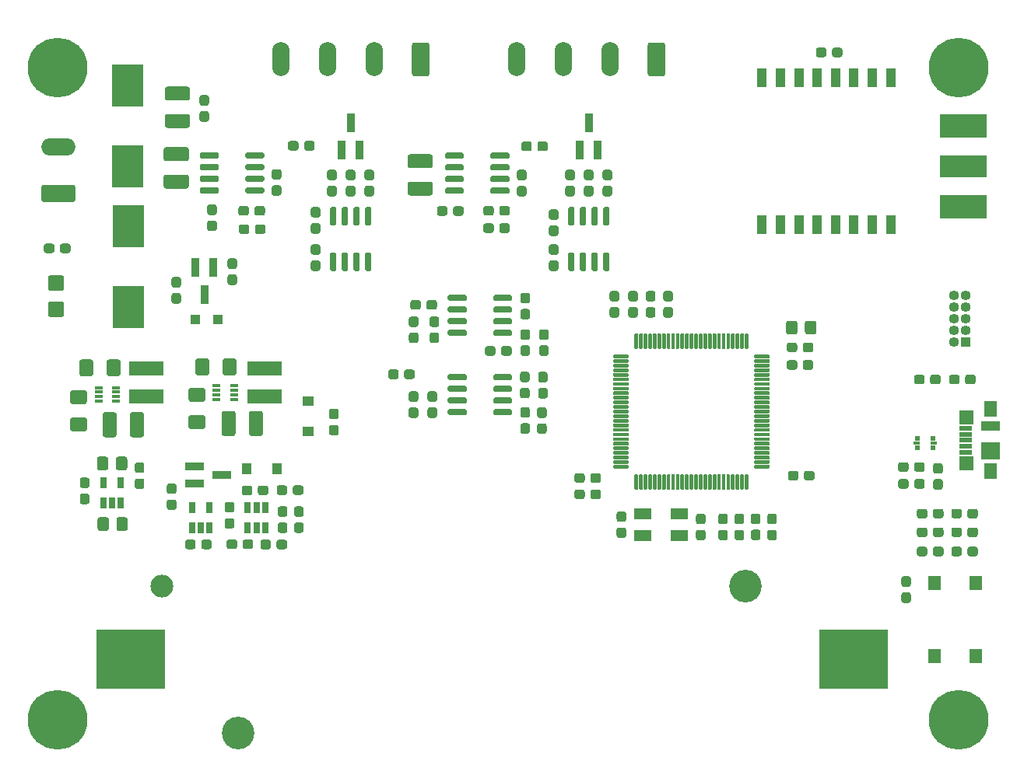
<source format=gbr>
%TF.GenerationSoftware,KiCad,Pcbnew,5.1.6-c6e7f7d~86~ubuntu18.04.1*%
%TF.CreationDate,2020-05-26T14:20:14+02:00*%
%TF.ProjectId,moeder_milda_v01,6d6f6564-6572-45f6-9d69-6c64615f7630,rev?*%
%TF.SameCoordinates,Original*%
%TF.FileFunction,Soldermask,Top*%
%TF.FilePolarity,Negative*%
%FSLAX46Y46*%
G04 Gerber Fmt 4.6, Leading zero omitted, Abs format (unit mm)*
G04 Created by KiCad (PCBNEW 5.1.6-c6e7f7d~86~ubuntu18.04.1) date 2020-05-26 14:20:14*
%MOMM*%
%LPD*%
G01*
G04 APERTURE LIST*
%ADD10C,0.900000*%
%ADD11C,6.500000*%
%ADD12R,2.000000X1.100000*%
%ADD13R,2.000000X1.900000*%
%ADD14R,1.400000X1.750000*%
%ADD15R,1.650000X1.525000*%
%ADD16R,1.480000X0.550000*%
%ADD17R,0.900000X2.000000*%
%ADD18R,1.100000X1.100000*%
%ADD19R,0.950000X0.400000*%
%ADD20R,3.700000X1.600000*%
%ADD21R,5.180000X2.390000*%
%ADD22R,5.180000X2.520000*%
%ADD23R,1.300000X1.000000*%
%ADD24C,2.490000*%
%ADD25C,3.550000*%
%ADD26R,7.440000X6.450000*%
%ADD27R,3.400000X4.600000*%
%ADD28R,1.000000X1.300000*%
%ADD29O,1.100000X1.100000*%
%ADD30O,1.900000X3.700000*%
%ADD31O,3.700000X1.900000*%
%ADD32R,2.000000X0.900000*%
%ADD33R,1.400000X1.650000*%
%ADD34R,0.600000X0.475000*%
%ADD35R,0.750000X0.400000*%
%ADD36R,1.100000X2.100000*%
%ADD37R,0.750000X1.160000*%
%ADD38R,1.900000X1.300000*%
G04 APERTURE END LIST*
D10*
%TO.C,H4*%
X136697056Y-90302944D03*
X135000000Y-89600000D03*
X133302944Y-90302944D03*
X132600000Y-92000000D03*
X133302944Y-93697056D03*
X135000000Y-94400000D03*
X136697056Y-93697056D03*
X137400000Y-92000000D03*
D11*
X135000000Y-92000000D03*
%TD*%
D10*
%TO.C,H3*%
X136697056Y-19302944D03*
X135000000Y-18600000D03*
X133302944Y-19302944D03*
X132600000Y-21000000D03*
X133302944Y-22697056D03*
X135000000Y-23400000D03*
X136697056Y-22697056D03*
X137400000Y-21000000D03*
D11*
X135000000Y-21000000D03*
%TD*%
D10*
%TO.C,H2*%
X38697056Y-90302944D03*
X37000000Y-89600000D03*
X35302944Y-90302944D03*
X34600000Y-92000000D03*
X35302944Y-93697056D03*
X37000000Y-94400000D03*
X38697056Y-93697056D03*
X39400000Y-92000000D03*
D11*
X37000000Y-92000000D03*
%TD*%
D10*
%TO.C,H1*%
X38697056Y-19302944D03*
X37000000Y-18600000D03*
X35302944Y-19302944D03*
X34600000Y-21000000D03*
X35302944Y-22697056D03*
X37000000Y-23400000D03*
X38697056Y-22697056D03*
X39400000Y-21000000D03*
D11*
X37000000Y-21000000D03*
%TD*%
D12*
%TO.C,J1*%
X138487000Y-59981500D03*
D13*
X138487000Y-62681500D03*
D14*
X138487000Y-58156500D03*
X138487000Y-64906500D03*
D15*
X135912000Y-59044000D03*
X135912000Y-64019000D03*
D16*
X135827000Y-60231500D03*
X135827000Y-60881500D03*
X135827000Y-61531500D03*
X135827000Y-62181500D03*
X135827000Y-62831500D03*
%TD*%
%TO.C,C36*%
G36*
G01*
X42526000Y-63593238D02*
X42526000Y-64549762D01*
G75*
G02*
X42254262Y-64821500I-271738J0D01*
G01*
X41547738Y-64821500D01*
G75*
G02*
X41276000Y-64549762I0J271738D01*
G01*
X41276000Y-63593238D01*
G75*
G02*
X41547738Y-63321500I271738J0D01*
G01*
X42254262Y-63321500D01*
G75*
G02*
X42526000Y-63593238I0J-271738D01*
G01*
G37*
G36*
G01*
X44576000Y-63593238D02*
X44576000Y-64549762D01*
G75*
G02*
X44304262Y-64821500I-271738J0D01*
G01*
X43597738Y-64821500D01*
G75*
G02*
X43326000Y-64549762I0J271738D01*
G01*
X43326000Y-63593238D01*
G75*
G02*
X43597738Y-63321500I271738J0D01*
G01*
X44304262Y-63321500D01*
G75*
G02*
X44576000Y-63593238I0J-271738D01*
G01*
G37*
%TD*%
%TO.C,C34*%
G36*
G01*
X42589500Y-70197238D02*
X42589500Y-71153762D01*
G75*
G02*
X42317762Y-71425500I-271738J0D01*
G01*
X41611238Y-71425500D01*
G75*
G02*
X41339500Y-71153762I0J271738D01*
G01*
X41339500Y-70197238D01*
G75*
G02*
X41611238Y-69925500I271738J0D01*
G01*
X42317762Y-69925500D01*
G75*
G02*
X42589500Y-70197238I0J-271738D01*
G01*
G37*
G36*
G01*
X44639500Y-70197238D02*
X44639500Y-71153762D01*
G75*
G02*
X44367762Y-71425500I-271738J0D01*
G01*
X43661238Y-71425500D01*
G75*
G02*
X43389500Y-71153762I0J271738D01*
G01*
X43389500Y-70197238D01*
G75*
G02*
X43661238Y-69925500I271738J0D01*
G01*
X44367762Y-69925500D01*
G75*
G02*
X44639500Y-70197238I0J-271738D01*
G01*
G37*
%TD*%
%TO.C,R19*%
G36*
G01*
X54059700Y-38762600D02*
X53534700Y-38762600D01*
G75*
G02*
X53272200Y-38500100I0J262500D01*
G01*
X53272200Y-37875100D01*
G75*
G02*
X53534700Y-37612600I262500J0D01*
G01*
X54059700Y-37612600D01*
G75*
G02*
X54322200Y-37875100I0J-262500D01*
G01*
X54322200Y-38500100D01*
G75*
G02*
X54059700Y-38762600I-262500J0D01*
G01*
G37*
G36*
G01*
X54059700Y-37012600D02*
X53534700Y-37012600D01*
G75*
G02*
X53272200Y-36750100I0J262500D01*
G01*
X53272200Y-36125100D01*
G75*
G02*
X53534700Y-35862600I262500J0D01*
G01*
X54059700Y-35862600D01*
G75*
G02*
X54322200Y-36125100I0J-262500D01*
G01*
X54322200Y-36750100D01*
G75*
G02*
X54059700Y-37012600I-262500J0D01*
G01*
G37*
%TD*%
D17*
%TO.C,Q5*%
X52959000Y-45696000D03*
X52009000Y-42696000D03*
X53909000Y-42696000D03*
%TD*%
%TO.C,R28*%
G36*
G01*
X55744500Y-43480000D02*
X56269500Y-43480000D01*
G75*
G02*
X56532000Y-43742500I0J-262500D01*
G01*
X56532000Y-44367500D01*
G75*
G02*
X56269500Y-44630000I-262500J0D01*
G01*
X55744500Y-44630000D01*
G75*
G02*
X55482000Y-44367500I0J262500D01*
G01*
X55482000Y-43742500D01*
G75*
G02*
X55744500Y-43480000I262500J0D01*
G01*
G37*
G36*
G01*
X55744500Y-41730000D02*
X56269500Y-41730000D01*
G75*
G02*
X56532000Y-41992500I0J-262500D01*
G01*
X56532000Y-42617500D01*
G75*
G02*
X56269500Y-42880000I-262500J0D01*
G01*
X55744500Y-42880000D01*
G75*
G02*
X55482000Y-42617500I0J262500D01*
G01*
X55482000Y-41992500D01*
G75*
G02*
X55744500Y-41730000I262500J0D01*
G01*
G37*
%TD*%
%TO.C,R29*%
G36*
G01*
X50173500Y-44912000D02*
X49648500Y-44912000D01*
G75*
G02*
X49386000Y-44649500I0J262500D01*
G01*
X49386000Y-44024500D01*
G75*
G02*
X49648500Y-43762000I262500J0D01*
G01*
X50173500Y-43762000D01*
G75*
G02*
X50436000Y-44024500I0J-262500D01*
G01*
X50436000Y-44649500D01*
G75*
G02*
X50173500Y-44912000I-262500J0D01*
G01*
G37*
G36*
G01*
X50173500Y-46662000D02*
X49648500Y-46662000D01*
G75*
G02*
X49386000Y-46399500I0J262500D01*
G01*
X49386000Y-45774500D01*
G75*
G02*
X49648500Y-45512000I262500J0D01*
G01*
X50173500Y-45512000D01*
G75*
G02*
X50436000Y-45774500I0J-262500D01*
G01*
X50436000Y-46399500D01*
G75*
G02*
X50173500Y-46662000I-262500J0D01*
G01*
G37*
%TD*%
D18*
%TO.C,D10*%
X51963000Y-48387000D03*
X54463000Y-48387000D03*
%TD*%
%TO.C,F1*%
G36*
G01*
X37439375Y-48122000D02*
X36220625Y-48122000D01*
G75*
G02*
X35955000Y-47856375I0J265625D01*
G01*
X35955000Y-46687625D01*
G75*
G02*
X36220625Y-46422000I265625J0D01*
G01*
X37439375Y-46422000D01*
G75*
G02*
X37705000Y-46687625I0J-265625D01*
G01*
X37705000Y-47856375D01*
G75*
G02*
X37439375Y-48122000I-265625J0D01*
G01*
G37*
G36*
G01*
X37439375Y-45272000D02*
X36220625Y-45272000D01*
G75*
G02*
X35955000Y-45006375I0J265625D01*
G01*
X35955000Y-43837625D01*
G75*
G02*
X36220625Y-43572000I265625J0D01*
G01*
X37439375Y-43572000D01*
G75*
G02*
X37705000Y-43837625I0J-265625D01*
G01*
X37705000Y-45006375D01*
G75*
G02*
X37439375Y-45272000I-265625J0D01*
G01*
G37*
%TD*%
%TO.C,R14*%
G36*
G01*
X88146500Y-52351600D02*
X87621500Y-52351600D01*
G75*
G02*
X87359000Y-52089100I0J262500D01*
G01*
X87359000Y-51464100D01*
G75*
G02*
X87621500Y-51201600I262500J0D01*
G01*
X88146500Y-51201600D01*
G75*
G02*
X88409000Y-51464100I0J-262500D01*
G01*
X88409000Y-52089100D01*
G75*
G02*
X88146500Y-52351600I-262500J0D01*
G01*
G37*
G36*
G01*
X88146500Y-50601600D02*
X87621500Y-50601600D01*
G75*
G02*
X87359000Y-50339100I0J262500D01*
G01*
X87359000Y-49714100D01*
G75*
G02*
X87621500Y-49451600I262500J0D01*
G01*
X88146500Y-49451600D01*
G75*
G02*
X88409000Y-49714100I0J-262500D01*
G01*
X88409000Y-50339100D01*
G75*
G02*
X88146500Y-50601600I-262500J0D01*
G01*
G37*
%TD*%
%TO.C,R13*%
G36*
G01*
X75480300Y-49809680D02*
X76005300Y-49809680D01*
G75*
G02*
X76267800Y-50072180I0J-262500D01*
G01*
X76267800Y-50697180D01*
G75*
G02*
X76005300Y-50959680I-262500J0D01*
G01*
X75480300Y-50959680D01*
G75*
G02*
X75217800Y-50697180I0J262500D01*
G01*
X75217800Y-50072180D01*
G75*
G02*
X75480300Y-49809680I262500J0D01*
G01*
G37*
G36*
G01*
X75480300Y-48059680D02*
X76005300Y-48059680D01*
G75*
G02*
X76267800Y-48322180I0J-262500D01*
G01*
X76267800Y-48947180D01*
G75*
G02*
X76005300Y-49209680I-262500J0D01*
G01*
X75480300Y-49209680D01*
G75*
G02*
X75217800Y-48947180I0J262500D01*
G01*
X75217800Y-48322180D01*
G75*
G02*
X75480300Y-48059680I262500J0D01*
G01*
G37*
%TD*%
D19*
%TO.C,U14*%
X54284840Y-55589740D03*
X54284840Y-56089740D03*
X54284840Y-56589740D03*
X54284840Y-57089740D03*
X56184840Y-57089740D03*
X56184840Y-56589740D03*
X56184840Y-56089740D03*
X56184840Y-55589740D03*
%TD*%
%TO.C,U8*%
X41470540Y-55805640D03*
X41470540Y-56305640D03*
X41470540Y-56805640D03*
X41470540Y-57305640D03*
X43370540Y-57305640D03*
X43370540Y-56805640D03*
X43370540Y-56305640D03*
X43370540Y-55805640D03*
%TD*%
D20*
%TO.C,L2*%
X59514740Y-53709840D03*
X59514740Y-56759840D03*
%TD*%
%TO.C,L1*%
X46687740Y-53760640D03*
X46687740Y-56810640D03*
%TD*%
%TO.C,C32*%
G36*
G01*
X51503984Y-55829640D02*
X52818896Y-55829640D01*
G75*
G02*
X53086440Y-56097184I0J-267544D01*
G01*
X53086440Y-57087096D01*
G75*
G02*
X52818896Y-57354640I-267544J0D01*
G01*
X51503984Y-57354640D01*
G75*
G02*
X51236440Y-57087096I0J267544D01*
G01*
X51236440Y-56097184D01*
G75*
G02*
X51503984Y-55829640I267544J0D01*
G01*
G37*
G36*
G01*
X51503984Y-58804640D02*
X52818896Y-58804640D01*
G75*
G02*
X53086440Y-59072184I0J-267544D01*
G01*
X53086440Y-60062096D01*
G75*
G02*
X52818896Y-60329640I-267544J0D01*
G01*
X51503984Y-60329640D01*
G75*
G02*
X51236440Y-60062096I0J267544D01*
G01*
X51236440Y-59072184D01*
G75*
G02*
X51503984Y-58804640I267544J0D01*
G01*
G37*
%TD*%
%TO.C,C31*%
G36*
G01*
X59339040Y-58610484D02*
X59339040Y-60825396D01*
G75*
G02*
X59071496Y-61092940I-267544J0D01*
G01*
X58081584Y-61092940D01*
G75*
G02*
X57814040Y-60825396I0J267544D01*
G01*
X57814040Y-58610484D01*
G75*
G02*
X58081584Y-58342940I267544J0D01*
G01*
X59071496Y-58342940D01*
G75*
G02*
X59339040Y-58610484I0J-267544D01*
G01*
G37*
G36*
G01*
X56364040Y-58610484D02*
X56364040Y-60825396D01*
G75*
G02*
X56096496Y-61092940I-267544J0D01*
G01*
X55106584Y-61092940D01*
G75*
G02*
X54839040Y-60825396I0J267544D01*
G01*
X54839040Y-58610484D01*
G75*
G02*
X55106584Y-58342940I267544J0D01*
G01*
X56096496Y-58342940D01*
G75*
G02*
X56364040Y-58610484I0J-267544D01*
G01*
G37*
%TD*%
%TO.C,C30*%
G36*
G01*
X51981540Y-54215896D02*
X51981540Y-52900984D01*
G75*
G02*
X52249084Y-52633440I267544J0D01*
G01*
X53238996Y-52633440D01*
G75*
G02*
X53506540Y-52900984I0J-267544D01*
G01*
X53506540Y-54215896D01*
G75*
G02*
X53238996Y-54483440I-267544J0D01*
G01*
X52249084Y-54483440D01*
G75*
G02*
X51981540Y-54215896I0J267544D01*
G01*
G37*
G36*
G01*
X54956540Y-54215896D02*
X54956540Y-52900984D01*
G75*
G02*
X55224084Y-52633440I267544J0D01*
G01*
X56213996Y-52633440D01*
G75*
G02*
X56481540Y-52900984I0J-267544D01*
G01*
X56481540Y-54215896D01*
G75*
G02*
X56213996Y-54483440I-267544J0D01*
G01*
X55224084Y-54483440D01*
G75*
G02*
X54956540Y-54215896I0J267544D01*
G01*
G37*
%TD*%
%TO.C,C29*%
G36*
G01*
X38613484Y-56083640D02*
X39928396Y-56083640D01*
G75*
G02*
X40195940Y-56351184I0J-267544D01*
G01*
X40195940Y-57341096D01*
G75*
G02*
X39928396Y-57608640I-267544J0D01*
G01*
X38613484Y-57608640D01*
G75*
G02*
X38345940Y-57341096I0J267544D01*
G01*
X38345940Y-56351184D01*
G75*
G02*
X38613484Y-56083640I267544J0D01*
G01*
G37*
G36*
G01*
X38613484Y-59058640D02*
X39928396Y-59058640D01*
G75*
G02*
X40195940Y-59326184I0J-267544D01*
G01*
X40195940Y-60316096D01*
G75*
G02*
X39928396Y-60583640I-267544J0D01*
G01*
X38613484Y-60583640D01*
G75*
G02*
X38345940Y-60316096I0J267544D01*
G01*
X38345940Y-59326184D01*
G75*
G02*
X38613484Y-59058640I267544J0D01*
G01*
G37*
%TD*%
%TO.C,C28*%
G36*
G01*
X39357740Y-54317496D02*
X39357740Y-53002584D01*
G75*
G02*
X39625284Y-52735040I267544J0D01*
G01*
X40615196Y-52735040D01*
G75*
G02*
X40882740Y-53002584I0J-267544D01*
G01*
X40882740Y-54317496D01*
G75*
G02*
X40615196Y-54585040I-267544J0D01*
G01*
X39625284Y-54585040D01*
G75*
G02*
X39357740Y-54317496I0J267544D01*
G01*
G37*
G36*
G01*
X42332740Y-54317496D02*
X42332740Y-53002584D01*
G75*
G02*
X42600284Y-52735040I267544J0D01*
G01*
X43590196Y-52735040D01*
G75*
G02*
X43857740Y-53002584I0J-267544D01*
G01*
X43857740Y-54317496D01*
G75*
G02*
X43590196Y-54585040I-267544J0D01*
G01*
X42600284Y-54585040D01*
G75*
G02*
X42332740Y-54317496I0J267544D01*
G01*
G37*
%TD*%
%TO.C,C27*%
G36*
G01*
X46397740Y-58750184D02*
X46397740Y-60965096D01*
G75*
G02*
X46130196Y-61232640I-267544J0D01*
G01*
X45140284Y-61232640D01*
G75*
G02*
X44872740Y-60965096I0J267544D01*
G01*
X44872740Y-58750184D01*
G75*
G02*
X45140284Y-58482640I267544J0D01*
G01*
X46130196Y-58482640D01*
G75*
G02*
X46397740Y-58750184I0J-267544D01*
G01*
G37*
G36*
G01*
X43422740Y-58750184D02*
X43422740Y-60965096D01*
G75*
G02*
X43155196Y-61232640I-267544J0D01*
G01*
X42165284Y-61232640D01*
G75*
G02*
X41897740Y-60965096I0J267544D01*
G01*
X41897740Y-58750184D01*
G75*
G02*
X42165284Y-58482640I267544J0D01*
G01*
X43155196Y-58482640D01*
G75*
G02*
X43422740Y-58750184I0J-267544D01*
G01*
G37*
%TD*%
%TO.C,U13*%
G36*
G01*
X79151600Y-30731200D02*
X79151600Y-30381200D01*
G75*
G02*
X79326600Y-30206200I175000J0D01*
G01*
X81026600Y-30206200D01*
G75*
G02*
X81201600Y-30381200I0J-175000D01*
G01*
X81201600Y-30731200D01*
G75*
G02*
X81026600Y-30906200I-175000J0D01*
G01*
X79326600Y-30906200D01*
G75*
G02*
X79151600Y-30731200I0J175000D01*
G01*
G37*
G36*
G01*
X79151600Y-32001200D02*
X79151600Y-31651200D01*
G75*
G02*
X79326600Y-31476200I175000J0D01*
G01*
X81026600Y-31476200D01*
G75*
G02*
X81201600Y-31651200I0J-175000D01*
G01*
X81201600Y-32001200D01*
G75*
G02*
X81026600Y-32176200I-175000J0D01*
G01*
X79326600Y-32176200D01*
G75*
G02*
X79151600Y-32001200I0J175000D01*
G01*
G37*
G36*
G01*
X79151600Y-33271200D02*
X79151600Y-32921200D01*
G75*
G02*
X79326600Y-32746200I175000J0D01*
G01*
X81026600Y-32746200D01*
G75*
G02*
X81201600Y-32921200I0J-175000D01*
G01*
X81201600Y-33271200D01*
G75*
G02*
X81026600Y-33446200I-175000J0D01*
G01*
X79326600Y-33446200D01*
G75*
G02*
X79151600Y-33271200I0J175000D01*
G01*
G37*
G36*
G01*
X79151600Y-34541200D02*
X79151600Y-34191200D01*
G75*
G02*
X79326600Y-34016200I175000J0D01*
G01*
X81026600Y-34016200D01*
G75*
G02*
X81201600Y-34191200I0J-175000D01*
G01*
X81201600Y-34541200D01*
G75*
G02*
X81026600Y-34716200I-175000J0D01*
G01*
X79326600Y-34716200D01*
G75*
G02*
X79151600Y-34541200I0J175000D01*
G01*
G37*
G36*
G01*
X84101600Y-34541200D02*
X84101600Y-34191200D01*
G75*
G02*
X84276600Y-34016200I175000J0D01*
G01*
X85976600Y-34016200D01*
G75*
G02*
X86151600Y-34191200I0J-175000D01*
G01*
X86151600Y-34541200D01*
G75*
G02*
X85976600Y-34716200I-175000J0D01*
G01*
X84276600Y-34716200D01*
G75*
G02*
X84101600Y-34541200I0J175000D01*
G01*
G37*
G36*
G01*
X84101600Y-33271200D02*
X84101600Y-32921200D01*
G75*
G02*
X84276600Y-32746200I175000J0D01*
G01*
X85976600Y-32746200D01*
G75*
G02*
X86151600Y-32921200I0J-175000D01*
G01*
X86151600Y-33271200D01*
G75*
G02*
X85976600Y-33446200I-175000J0D01*
G01*
X84276600Y-33446200D01*
G75*
G02*
X84101600Y-33271200I0J175000D01*
G01*
G37*
G36*
G01*
X84101600Y-32001200D02*
X84101600Y-31651200D01*
G75*
G02*
X84276600Y-31476200I175000J0D01*
G01*
X85976600Y-31476200D01*
G75*
G02*
X86151600Y-31651200I0J-175000D01*
G01*
X86151600Y-32001200D01*
G75*
G02*
X85976600Y-32176200I-175000J0D01*
G01*
X84276600Y-32176200D01*
G75*
G02*
X84101600Y-32001200I0J175000D01*
G01*
G37*
G36*
G01*
X84101600Y-30731200D02*
X84101600Y-30381200D01*
G75*
G02*
X84276600Y-30206200I175000J0D01*
G01*
X85976600Y-30206200D01*
G75*
G02*
X86151600Y-30381200I0J-175000D01*
G01*
X86151600Y-30731200D01*
G75*
G02*
X85976600Y-30906200I-175000J0D01*
G01*
X84276600Y-30906200D01*
G75*
G02*
X84101600Y-30731200I0J175000D01*
G01*
G37*
%TD*%
%TO.C,U9*%
G36*
G01*
X52481600Y-30705800D02*
X52481600Y-30355800D01*
G75*
G02*
X52656600Y-30180800I175000J0D01*
G01*
X54356600Y-30180800D01*
G75*
G02*
X54531600Y-30355800I0J-175000D01*
G01*
X54531600Y-30705800D01*
G75*
G02*
X54356600Y-30880800I-175000J0D01*
G01*
X52656600Y-30880800D01*
G75*
G02*
X52481600Y-30705800I0J175000D01*
G01*
G37*
G36*
G01*
X52481600Y-31975800D02*
X52481600Y-31625800D01*
G75*
G02*
X52656600Y-31450800I175000J0D01*
G01*
X54356600Y-31450800D01*
G75*
G02*
X54531600Y-31625800I0J-175000D01*
G01*
X54531600Y-31975800D01*
G75*
G02*
X54356600Y-32150800I-175000J0D01*
G01*
X52656600Y-32150800D01*
G75*
G02*
X52481600Y-31975800I0J175000D01*
G01*
G37*
G36*
G01*
X52481600Y-33245800D02*
X52481600Y-32895800D01*
G75*
G02*
X52656600Y-32720800I175000J0D01*
G01*
X54356600Y-32720800D01*
G75*
G02*
X54531600Y-32895800I0J-175000D01*
G01*
X54531600Y-33245800D01*
G75*
G02*
X54356600Y-33420800I-175000J0D01*
G01*
X52656600Y-33420800D01*
G75*
G02*
X52481600Y-33245800I0J175000D01*
G01*
G37*
G36*
G01*
X52481600Y-34515800D02*
X52481600Y-34165800D01*
G75*
G02*
X52656600Y-33990800I175000J0D01*
G01*
X54356600Y-33990800D01*
G75*
G02*
X54531600Y-34165800I0J-175000D01*
G01*
X54531600Y-34515800D01*
G75*
G02*
X54356600Y-34690800I-175000J0D01*
G01*
X52656600Y-34690800D01*
G75*
G02*
X52481600Y-34515800I0J175000D01*
G01*
G37*
G36*
G01*
X57431600Y-34515800D02*
X57431600Y-34165800D01*
G75*
G02*
X57606600Y-33990800I175000J0D01*
G01*
X59306600Y-33990800D01*
G75*
G02*
X59481600Y-34165800I0J-175000D01*
G01*
X59481600Y-34515800D01*
G75*
G02*
X59306600Y-34690800I-175000J0D01*
G01*
X57606600Y-34690800D01*
G75*
G02*
X57431600Y-34515800I0J175000D01*
G01*
G37*
G36*
G01*
X57431600Y-33245800D02*
X57431600Y-32895800D01*
G75*
G02*
X57606600Y-32720800I175000J0D01*
G01*
X59306600Y-32720800D01*
G75*
G02*
X59481600Y-32895800I0J-175000D01*
G01*
X59481600Y-33245800D01*
G75*
G02*
X59306600Y-33420800I-175000J0D01*
G01*
X57606600Y-33420800D01*
G75*
G02*
X57431600Y-33245800I0J175000D01*
G01*
G37*
G36*
G01*
X57431600Y-31975800D02*
X57431600Y-31625800D01*
G75*
G02*
X57606600Y-31450800I175000J0D01*
G01*
X59306600Y-31450800D01*
G75*
G02*
X59481600Y-31625800I0J-175000D01*
G01*
X59481600Y-31975800D01*
G75*
G02*
X59306600Y-32150800I-175000J0D01*
G01*
X57606600Y-32150800D01*
G75*
G02*
X57431600Y-31975800I0J175000D01*
G01*
G37*
G36*
G01*
X57431600Y-30705800D02*
X57431600Y-30355800D01*
G75*
G02*
X57606600Y-30180800I175000J0D01*
G01*
X59306600Y-30180800D01*
G75*
G02*
X59481600Y-30355800I0J-175000D01*
G01*
X59481600Y-30705800D01*
G75*
G02*
X59306600Y-30880800I-175000J0D01*
G01*
X57606600Y-30880800D01*
G75*
G02*
X57431600Y-30705800I0J175000D01*
G01*
G37*
%TD*%
%TO.C,R32*%
G36*
G01*
X83309800Y-38705400D02*
X83309800Y-38180400D01*
G75*
G02*
X83572300Y-37917900I262500J0D01*
G01*
X84197300Y-37917900D01*
G75*
G02*
X84459800Y-38180400I0J-262500D01*
G01*
X84459800Y-38705400D01*
G75*
G02*
X84197300Y-38967900I-262500J0D01*
G01*
X83572300Y-38967900D01*
G75*
G02*
X83309800Y-38705400I0J262500D01*
G01*
G37*
G36*
G01*
X85059800Y-38705400D02*
X85059800Y-38180400D01*
G75*
G02*
X85322300Y-37917900I262500J0D01*
G01*
X85947300Y-37917900D01*
G75*
G02*
X86209800Y-38180400I0J-262500D01*
G01*
X86209800Y-38705400D01*
G75*
G02*
X85947300Y-38967900I-262500J0D01*
G01*
X85322300Y-38967900D01*
G75*
G02*
X85059800Y-38705400I0J262500D01*
G01*
G37*
%TD*%
%TO.C,R30*%
G36*
G01*
X86208500Y-36288100D02*
X86208500Y-36813100D01*
G75*
G02*
X85946000Y-37075600I-262500J0D01*
G01*
X85321000Y-37075600D01*
G75*
G02*
X85058500Y-36813100I0J262500D01*
G01*
X85058500Y-36288100D01*
G75*
G02*
X85321000Y-36025600I262500J0D01*
G01*
X85946000Y-36025600D01*
G75*
G02*
X86208500Y-36288100I0J-262500D01*
G01*
G37*
G36*
G01*
X84458500Y-36288100D02*
X84458500Y-36813100D01*
G75*
G02*
X84196000Y-37075600I-262500J0D01*
G01*
X83571000Y-37075600D01*
G75*
G02*
X83308500Y-36813100I0J262500D01*
G01*
X83308500Y-36288100D01*
G75*
G02*
X83571000Y-36025600I262500J0D01*
G01*
X84196000Y-36025600D01*
G75*
G02*
X84458500Y-36288100I0J-262500D01*
G01*
G37*
%TD*%
%TO.C,R27*%
G36*
G01*
X78280600Y-36838500D02*
X78280600Y-36313500D01*
G75*
G02*
X78543100Y-36051000I262500J0D01*
G01*
X79168100Y-36051000D01*
G75*
G02*
X79430600Y-36313500I0J-262500D01*
G01*
X79430600Y-36838500D01*
G75*
G02*
X79168100Y-37101000I-262500J0D01*
G01*
X78543100Y-37101000D01*
G75*
G02*
X78280600Y-36838500I0J262500D01*
G01*
G37*
G36*
G01*
X80030600Y-36838500D02*
X80030600Y-36313500D01*
G75*
G02*
X80293100Y-36051000I262500J0D01*
G01*
X80918100Y-36051000D01*
G75*
G02*
X81180600Y-36313500I0J-262500D01*
G01*
X81180600Y-36838500D01*
G75*
G02*
X80918100Y-37101000I-262500J0D01*
G01*
X80293100Y-37101000D01*
G75*
G02*
X80030600Y-36838500I0J262500D01*
G01*
G37*
%TD*%
%TO.C,R25*%
G36*
G01*
X87765500Y-34990700D02*
X87240500Y-34990700D01*
G75*
G02*
X86978000Y-34728200I0J262500D01*
G01*
X86978000Y-34103200D01*
G75*
G02*
X87240500Y-33840700I262500J0D01*
G01*
X87765500Y-33840700D01*
G75*
G02*
X88028000Y-34103200I0J-262500D01*
G01*
X88028000Y-34728200D01*
G75*
G02*
X87765500Y-34990700I-262500J0D01*
G01*
G37*
G36*
G01*
X87765500Y-33240700D02*
X87240500Y-33240700D01*
G75*
G02*
X86978000Y-32978200I0J262500D01*
G01*
X86978000Y-32353200D01*
G75*
G02*
X87240500Y-32090700I262500J0D01*
G01*
X87765500Y-32090700D01*
G75*
G02*
X88028000Y-32353200I0J-262500D01*
G01*
X88028000Y-32978200D01*
G75*
G02*
X87765500Y-33240700I-262500J0D01*
G01*
G37*
%TD*%
%TO.C,R24*%
G36*
G01*
X56716000Y-38819700D02*
X56716000Y-38294700D01*
G75*
G02*
X56978500Y-38032200I262500J0D01*
G01*
X57603500Y-38032200D01*
G75*
G02*
X57866000Y-38294700I0J-262500D01*
G01*
X57866000Y-38819700D01*
G75*
G02*
X57603500Y-39082200I-262500J0D01*
G01*
X56978500Y-39082200D01*
G75*
G02*
X56716000Y-38819700I0J262500D01*
G01*
G37*
G36*
G01*
X58466000Y-38819700D02*
X58466000Y-38294700D01*
G75*
G02*
X58728500Y-38032200I262500J0D01*
G01*
X59353500Y-38032200D01*
G75*
G02*
X59616000Y-38294700I0J-262500D01*
G01*
X59616000Y-38819700D01*
G75*
G02*
X59353500Y-39082200I-262500J0D01*
G01*
X58728500Y-39082200D01*
G75*
G02*
X58466000Y-38819700I0J262500D01*
G01*
G37*
%TD*%
%TO.C,R21*%
G36*
G01*
X59565200Y-36288100D02*
X59565200Y-36813100D01*
G75*
G02*
X59302700Y-37075600I-262500J0D01*
G01*
X58677700Y-37075600D01*
G75*
G02*
X58415200Y-36813100I0J262500D01*
G01*
X58415200Y-36288100D01*
G75*
G02*
X58677700Y-36025600I262500J0D01*
G01*
X59302700Y-36025600D01*
G75*
G02*
X59565200Y-36288100I0J-262500D01*
G01*
G37*
G36*
G01*
X57815200Y-36288100D02*
X57815200Y-36813100D01*
G75*
G02*
X57552700Y-37075600I-262500J0D01*
G01*
X56927700Y-37075600D01*
G75*
G02*
X56665200Y-36813100I0J262500D01*
G01*
X56665200Y-36288100D01*
G75*
G02*
X56927700Y-36025600I262500J0D01*
G01*
X57552700Y-36025600D01*
G75*
G02*
X57815200Y-36288100I0J-262500D01*
G01*
G37*
%TD*%
%TO.C,R18*%
G36*
G01*
X61082800Y-34914500D02*
X60557800Y-34914500D01*
G75*
G02*
X60295300Y-34652000I0J262500D01*
G01*
X60295300Y-34027000D01*
G75*
G02*
X60557800Y-33764500I262500J0D01*
G01*
X61082800Y-33764500D01*
G75*
G02*
X61345300Y-34027000I0J-262500D01*
G01*
X61345300Y-34652000D01*
G75*
G02*
X61082800Y-34914500I-262500J0D01*
G01*
G37*
G36*
G01*
X61082800Y-33164500D02*
X60557800Y-33164500D01*
G75*
G02*
X60295300Y-32902000I0J262500D01*
G01*
X60295300Y-32277000D01*
G75*
G02*
X60557800Y-32014500I262500J0D01*
G01*
X61082800Y-32014500D01*
G75*
G02*
X61345300Y-32277000I0J-262500D01*
G01*
X61345300Y-32902000D01*
G75*
G02*
X61082800Y-33164500I-262500J0D01*
G01*
G37*
%TD*%
%TO.C,C37*%
G36*
G01*
X75346544Y-30389000D02*
X77561456Y-30389000D01*
G75*
G02*
X77829000Y-30656544I0J-267544D01*
G01*
X77829000Y-31646456D01*
G75*
G02*
X77561456Y-31914000I-267544J0D01*
G01*
X75346544Y-31914000D01*
G75*
G02*
X75079000Y-31646456I0J267544D01*
G01*
X75079000Y-30656544D01*
G75*
G02*
X75346544Y-30389000I267544J0D01*
G01*
G37*
G36*
G01*
X75346544Y-33364000D02*
X77561456Y-33364000D01*
G75*
G02*
X77829000Y-33631544I0J-267544D01*
G01*
X77829000Y-34621456D01*
G75*
G02*
X77561456Y-34889000I-267544J0D01*
G01*
X75346544Y-34889000D01*
G75*
G02*
X75079000Y-34621456I0J267544D01*
G01*
X75079000Y-33631544D01*
G75*
G02*
X75346544Y-33364000I267544J0D01*
G01*
G37*
%TD*%
%TO.C,C33*%
G36*
G01*
X48803544Y-29627000D02*
X51018456Y-29627000D01*
G75*
G02*
X51286000Y-29894544I0J-267544D01*
G01*
X51286000Y-30884456D01*
G75*
G02*
X51018456Y-31152000I-267544J0D01*
G01*
X48803544Y-31152000D01*
G75*
G02*
X48536000Y-30884456I0J267544D01*
G01*
X48536000Y-29894544D01*
G75*
G02*
X48803544Y-29627000I267544J0D01*
G01*
G37*
G36*
G01*
X48803544Y-32602000D02*
X51018456Y-32602000D01*
G75*
G02*
X51286000Y-32869544I0J-267544D01*
G01*
X51286000Y-33859456D01*
G75*
G02*
X51018456Y-34127000I-267544J0D01*
G01*
X48803544Y-34127000D01*
G75*
G02*
X48536000Y-33859456I0J267544D01*
G01*
X48536000Y-32869544D01*
G75*
G02*
X48803544Y-32602000I267544J0D01*
G01*
G37*
%TD*%
D21*
%TO.C,AE1*%
X135527200Y-31699200D03*
D22*
X135527200Y-36079200D03*
X135527200Y-27319200D03*
%TD*%
D23*
%TO.C,D13*%
X64262000Y-60552600D03*
X64262000Y-57252600D03*
%TD*%
%TO.C,C54*%
G36*
G01*
X132528700Y-64031200D02*
X133053700Y-64031200D01*
G75*
G02*
X133316200Y-64293700I0J-262500D01*
G01*
X133316200Y-64918700D01*
G75*
G02*
X133053700Y-65181200I-262500J0D01*
G01*
X132528700Y-65181200D01*
G75*
G02*
X132266200Y-64918700I0J262500D01*
G01*
X132266200Y-64293700D01*
G75*
G02*
X132528700Y-64031200I262500J0D01*
G01*
G37*
G36*
G01*
X132528700Y-65781200D02*
X133053700Y-65781200D01*
G75*
G02*
X133316200Y-66043700I0J-262500D01*
G01*
X133316200Y-66668700D01*
G75*
G02*
X133053700Y-66931200I-262500J0D01*
G01*
X132528700Y-66931200D01*
G75*
G02*
X132266200Y-66668700I0J262500D01*
G01*
X132266200Y-66043700D01*
G75*
G02*
X132528700Y-65781200I262500J0D01*
G01*
G37*
%TD*%
D24*
%TO.C,BT1*%
X48321800Y-77407500D03*
D25*
X56651800Y-93407500D03*
X111851800Y-77407500D03*
D26*
X123581800Y-85407500D03*
X44921800Y-85407500D03*
%TD*%
%TO.C,C1*%
G36*
G01*
X110913300Y-69543000D02*
X111438300Y-69543000D01*
G75*
G02*
X111700800Y-69805500I0J-262500D01*
G01*
X111700800Y-70430500D01*
G75*
G02*
X111438300Y-70693000I-262500J0D01*
G01*
X110913300Y-70693000D01*
G75*
G02*
X110650800Y-70430500I0J262500D01*
G01*
X110650800Y-69805500D01*
G75*
G02*
X110913300Y-69543000I262500J0D01*
G01*
G37*
G36*
G01*
X110913300Y-71293000D02*
X111438300Y-71293000D01*
G75*
G02*
X111700800Y-71555500I0J-262500D01*
G01*
X111700800Y-72180500D01*
G75*
G02*
X111438300Y-72443000I-262500J0D01*
G01*
X110913300Y-72443000D01*
G75*
G02*
X110650800Y-72180500I0J262500D01*
G01*
X110650800Y-71555500D01*
G75*
G02*
X110913300Y-71293000I262500J0D01*
G01*
G37*
%TD*%
%TO.C,C2*%
G36*
G01*
X99881300Y-46436000D02*
X99356300Y-46436000D01*
G75*
G02*
X99093800Y-46173500I0J262500D01*
G01*
X99093800Y-45548500D01*
G75*
G02*
X99356300Y-45286000I262500J0D01*
G01*
X99881300Y-45286000D01*
G75*
G02*
X100143800Y-45548500I0J-262500D01*
G01*
X100143800Y-46173500D01*
G75*
G02*
X99881300Y-46436000I-262500J0D01*
G01*
G37*
G36*
G01*
X99881300Y-48186000D02*
X99356300Y-48186000D01*
G75*
G02*
X99093800Y-47923500I0J262500D01*
G01*
X99093800Y-47298500D01*
G75*
G02*
X99356300Y-47036000I262500J0D01*
G01*
X99881300Y-47036000D01*
G75*
G02*
X100143800Y-47298500I0J-262500D01*
G01*
X100143800Y-47923500D01*
G75*
G02*
X99881300Y-48186000I-262500J0D01*
G01*
G37*
%TD*%
%TO.C,C3*%
G36*
G01*
X96115800Y-65396500D02*
X96115800Y-65921500D01*
G75*
G02*
X95853300Y-66184000I-262500J0D01*
G01*
X95228300Y-66184000D01*
G75*
G02*
X94965800Y-65921500I0J262500D01*
G01*
X94965800Y-65396500D01*
G75*
G02*
X95228300Y-65134000I262500J0D01*
G01*
X95853300Y-65134000D01*
G75*
G02*
X96115800Y-65396500I0J-262500D01*
G01*
G37*
G36*
G01*
X94365800Y-65396500D02*
X94365800Y-65921500D01*
G75*
G02*
X94103300Y-66184000I-262500J0D01*
G01*
X93478300Y-66184000D01*
G75*
G02*
X93215800Y-65921500I0J262500D01*
G01*
X93215800Y-65396500D01*
G75*
G02*
X93478300Y-65134000I262500J0D01*
G01*
X94103300Y-65134000D01*
G75*
G02*
X94365800Y-65396500I0J-262500D01*
G01*
G37*
%TD*%
%TO.C,C4*%
G36*
G01*
X118079800Y-51697500D02*
X118079800Y-51172500D01*
G75*
G02*
X118342300Y-50910000I262500J0D01*
G01*
X118967300Y-50910000D01*
G75*
G02*
X119229800Y-51172500I0J-262500D01*
G01*
X119229800Y-51697500D01*
G75*
G02*
X118967300Y-51960000I-262500J0D01*
G01*
X118342300Y-51960000D01*
G75*
G02*
X118079800Y-51697500I0J262500D01*
G01*
G37*
G36*
G01*
X116329800Y-51697500D02*
X116329800Y-51172500D01*
G75*
G02*
X116592300Y-50910000I262500J0D01*
G01*
X117217300Y-50910000D01*
G75*
G02*
X117479800Y-51172500I0J-262500D01*
G01*
X117479800Y-51697500D01*
G75*
G02*
X117217300Y-51960000I-262500J0D01*
G01*
X116592300Y-51960000D01*
G75*
G02*
X116329800Y-51697500I0J262500D01*
G01*
G37*
%TD*%
%TO.C,C5*%
G36*
G01*
X116456800Y-65667500D02*
X116456800Y-65142500D01*
G75*
G02*
X116719300Y-64880000I262500J0D01*
G01*
X117344300Y-64880000D01*
G75*
G02*
X117606800Y-65142500I0J-262500D01*
G01*
X117606800Y-65667500D01*
G75*
G02*
X117344300Y-65930000I-262500J0D01*
G01*
X116719300Y-65930000D01*
G75*
G02*
X116456800Y-65667500I0J262500D01*
G01*
G37*
G36*
G01*
X118206800Y-65667500D02*
X118206800Y-65142500D01*
G75*
G02*
X118469300Y-64880000I262500J0D01*
G01*
X119094300Y-64880000D01*
G75*
G02*
X119356800Y-65142500I0J-262500D01*
G01*
X119356800Y-65667500D01*
G75*
G02*
X119094300Y-65930000I-262500J0D01*
G01*
X118469300Y-65930000D01*
G75*
G02*
X118206800Y-65667500I0J262500D01*
G01*
G37*
%TD*%
%TO.C,C6*%
G36*
G01*
X109135300Y-71293000D02*
X109660300Y-71293000D01*
G75*
G02*
X109922800Y-71555500I0J-262500D01*
G01*
X109922800Y-72180500D01*
G75*
G02*
X109660300Y-72443000I-262500J0D01*
G01*
X109135300Y-72443000D01*
G75*
G02*
X108872800Y-72180500I0J262500D01*
G01*
X108872800Y-71555500D01*
G75*
G02*
X109135300Y-71293000I262500J0D01*
G01*
G37*
G36*
G01*
X109135300Y-69543000D02*
X109660300Y-69543000D01*
G75*
G02*
X109922800Y-69805500I0J-262500D01*
G01*
X109922800Y-70430500D01*
G75*
G02*
X109660300Y-70693000I-262500J0D01*
G01*
X109135300Y-70693000D01*
G75*
G02*
X108872800Y-70430500I0J262500D01*
G01*
X108872800Y-69805500D01*
G75*
G02*
X109135300Y-69543000I262500J0D01*
G01*
G37*
%TD*%
%TO.C,C7*%
G36*
G01*
X96115800Y-67174500D02*
X96115800Y-67699500D01*
G75*
G02*
X95853300Y-67962000I-262500J0D01*
G01*
X95228300Y-67962000D01*
G75*
G02*
X94965800Y-67699500I0J262500D01*
G01*
X94965800Y-67174500D01*
G75*
G02*
X95228300Y-66912000I262500J0D01*
G01*
X95853300Y-66912000D01*
G75*
G02*
X96115800Y-67174500I0J-262500D01*
G01*
G37*
G36*
G01*
X94365800Y-67174500D02*
X94365800Y-67699500D01*
G75*
G02*
X94103300Y-67962000I-262500J0D01*
G01*
X93478300Y-67962000D01*
G75*
G02*
X93215800Y-67699500I0J262500D01*
G01*
X93215800Y-67174500D01*
G75*
G02*
X93478300Y-66912000I262500J0D01*
G01*
X94103300Y-66912000D01*
G75*
G02*
X94365800Y-67174500I0J-262500D01*
G01*
G37*
%TD*%
%TO.C,C8*%
G36*
G01*
X112691300Y-71279000D02*
X113216300Y-71279000D01*
G75*
G02*
X113478800Y-71541500I0J-262500D01*
G01*
X113478800Y-72166500D01*
G75*
G02*
X113216300Y-72429000I-262500J0D01*
G01*
X112691300Y-72429000D01*
G75*
G02*
X112428800Y-72166500I0J262500D01*
G01*
X112428800Y-71541500D01*
G75*
G02*
X112691300Y-71279000I262500J0D01*
G01*
G37*
G36*
G01*
X112691300Y-69529000D02*
X113216300Y-69529000D01*
G75*
G02*
X113478800Y-69791500I0J-262500D01*
G01*
X113478800Y-70416500D01*
G75*
G02*
X113216300Y-70679000I-262500J0D01*
G01*
X112691300Y-70679000D01*
G75*
G02*
X112428800Y-70416500I0J262500D01*
G01*
X112428800Y-69791500D01*
G75*
G02*
X112691300Y-69529000I262500J0D01*
G01*
G37*
%TD*%
%TO.C,C9*%
G36*
G01*
X118306800Y-49754262D02*
X118306800Y-48797738D01*
G75*
G02*
X118578538Y-48526000I271738J0D01*
G01*
X119285062Y-48526000D01*
G75*
G02*
X119556800Y-48797738I0J-271738D01*
G01*
X119556800Y-49754262D01*
G75*
G02*
X119285062Y-50026000I-271738J0D01*
G01*
X118578538Y-50026000D01*
G75*
G02*
X118306800Y-49754262I0J271738D01*
G01*
G37*
G36*
G01*
X116256800Y-49754262D02*
X116256800Y-48797738D01*
G75*
G02*
X116528538Y-48526000I271738J0D01*
G01*
X117235062Y-48526000D01*
G75*
G02*
X117506800Y-48797738I0J-271738D01*
G01*
X117506800Y-49754262D01*
G75*
G02*
X117235062Y-50026000I-271738J0D01*
G01*
X116528538Y-50026000D01*
G75*
G02*
X116256800Y-49754262I0J271738D01*
G01*
G37*
%TD*%
%TO.C,C10*%
G36*
G01*
X114469300Y-71293000D02*
X114994300Y-71293000D01*
G75*
G02*
X115256800Y-71555500I0J-262500D01*
G01*
X115256800Y-72180500D01*
G75*
G02*
X114994300Y-72443000I-262500J0D01*
G01*
X114469300Y-72443000D01*
G75*
G02*
X114206800Y-72180500I0J262500D01*
G01*
X114206800Y-71555500D01*
G75*
G02*
X114469300Y-71293000I262500J0D01*
G01*
G37*
G36*
G01*
X114469300Y-69543000D02*
X114994300Y-69543000D01*
G75*
G02*
X115256800Y-69805500I0J-262500D01*
G01*
X115256800Y-70430500D01*
G75*
G02*
X114994300Y-70693000I-262500J0D01*
G01*
X114469300Y-70693000D01*
G75*
G02*
X114206800Y-70430500I0J262500D01*
G01*
X114206800Y-69805500D01*
G75*
G02*
X114469300Y-69543000I262500J0D01*
G01*
G37*
%TD*%
%TO.C,C11*%
G36*
G01*
X118079800Y-53602500D02*
X118079800Y-53077500D01*
G75*
G02*
X118342300Y-52815000I262500J0D01*
G01*
X118967300Y-52815000D01*
G75*
G02*
X119229800Y-53077500I0J-262500D01*
G01*
X119229800Y-53602500D01*
G75*
G02*
X118967300Y-53865000I-262500J0D01*
G01*
X118342300Y-53865000D01*
G75*
G02*
X118079800Y-53602500I0J262500D01*
G01*
G37*
G36*
G01*
X116329800Y-53602500D02*
X116329800Y-53077500D01*
G75*
G02*
X116592300Y-52815000I262500J0D01*
G01*
X117217300Y-52815000D01*
G75*
G02*
X117479800Y-53077500I0J-262500D01*
G01*
X117479800Y-53602500D01*
G75*
G02*
X117217300Y-53865000I-262500J0D01*
G01*
X116592300Y-53865000D01*
G75*
G02*
X116329800Y-53602500I0J262500D01*
G01*
G37*
%TD*%
%TO.C,C12*%
G36*
G01*
X101786300Y-48186000D02*
X101261300Y-48186000D01*
G75*
G02*
X100998800Y-47923500I0J262500D01*
G01*
X100998800Y-47298500D01*
G75*
G02*
X101261300Y-47036000I262500J0D01*
G01*
X101786300Y-47036000D01*
G75*
G02*
X102048800Y-47298500I0J-262500D01*
G01*
X102048800Y-47923500D01*
G75*
G02*
X101786300Y-48186000I-262500J0D01*
G01*
G37*
G36*
G01*
X101786300Y-46436000D02*
X101261300Y-46436000D01*
G75*
G02*
X100998800Y-46173500I0J262500D01*
G01*
X100998800Y-45548500D01*
G75*
G02*
X101261300Y-45286000I262500J0D01*
G01*
X101786300Y-45286000D01*
G75*
G02*
X102048800Y-45548500I0J-262500D01*
G01*
X102048800Y-46173500D01*
G75*
G02*
X101786300Y-46436000I-262500J0D01*
G01*
G37*
%TD*%
%TO.C,C13*%
G36*
G01*
X129061600Y-76361600D02*
X129586600Y-76361600D01*
G75*
G02*
X129849100Y-76624100I0J-262500D01*
G01*
X129849100Y-77249100D01*
G75*
G02*
X129586600Y-77511600I-262500J0D01*
G01*
X129061600Y-77511600D01*
G75*
G02*
X128799100Y-77249100I0J262500D01*
G01*
X128799100Y-76624100D01*
G75*
G02*
X129061600Y-76361600I262500J0D01*
G01*
G37*
G36*
G01*
X129061600Y-78111600D02*
X129586600Y-78111600D01*
G75*
G02*
X129849100Y-78374100I0J-262500D01*
G01*
X129849100Y-78999100D01*
G75*
G02*
X129586600Y-79261600I-262500J0D01*
G01*
X129061600Y-79261600D01*
G75*
G02*
X128799100Y-78999100I0J262500D01*
G01*
X128799100Y-78374100D01*
G75*
G02*
X129061600Y-78111600I262500J0D01*
G01*
G37*
%TD*%
%TO.C,C14*%
G36*
G01*
X106722300Y-71293000D02*
X107247300Y-71293000D01*
G75*
G02*
X107509800Y-71555500I0J-262500D01*
G01*
X107509800Y-72180500D01*
G75*
G02*
X107247300Y-72443000I-262500J0D01*
G01*
X106722300Y-72443000D01*
G75*
G02*
X106459800Y-72180500I0J262500D01*
G01*
X106459800Y-71555500D01*
G75*
G02*
X106722300Y-71293000I262500J0D01*
G01*
G37*
G36*
G01*
X106722300Y-69543000D02*
X107247300Y-69543000D01*
G75*
G02*
X107509800Y-69805500I0J-262500D01*
G01*
X107509800Y-70430500D01*
G75*
G02*
X107247300Y-70693000I-262500J0D01*
G01*
X106722300Y-70693000D01*
G75*
G02*
X106459800Y-70430500I0J262500D01*
G01*
X106459800Y-69805500D01*
G75*
G02*
X106722300Y-69543000I262500J0D01*
G01*
G37*
%TD*%
%TO.C,C15*%
G36*
G01*
X98611300Y-72189000D02*
X98086300Y-72189000D01*
G75*
G02*
X97823800Y-71926500I0J262500D01*
G01*
X97823800Y-71301500D01*
G75*
G02*
X98086300Y-71039000I262500J0D01*
G01*
X98611300Y-71039000D01*
G75*
G02*
X98873800Y-71301500I0J-262500D01*
G01*
X98873800Y-71926500D01*
G75*
G02*
X98611300Y-72189000I-262500J0D01*
G01*
G37*
G36*
G01*
X98611300Y-70439000D02*
X98086300Y-70439000D01*
G75*
G02*
X97823800Y-70176500I0J262500D01*
G01*
X97823800Y-69551500D01*
G75*
G02*
X98086300Y-69289000I262500J0D01*
G01*
X98611300Y-69289000D01*
G75*
G02*
X98873800Y-69551500I0J-262500D01*
G01*
X98873800Y-70176500D01*
G75*
G02*
X98611300Y-70439000I-262500J0D01*
G01*
G37*
%TD*%
%TO.C,C16*%
G36*
G01*
X121254800Y-19566500D02*
X121254800Y-19041500D01*
G75*
G02*
X121517300Y-18779000I262500J0D01*
G01*
X122142300Y-18779000D01*
G75*
G02*
X122404800Y-19041500I0J-262500D01*
G01*
X122404800Y-19566500D01*
G75*
G02*
X122142300Y-19829000I-262500J0D01*
G01*
X121517300Y-19829000D01*
G75*
G02*
X121254800Y-19566500I0J262500D01*
G01*
G37*
G36*
G01*
X119504800Y-19566500D02*
X119504800Y-19041500D01*
G75*
G02*
X119767300Y-18779000I262500J0D01*
G01*
X120392300Y-18779000D01*
G75*
G02*
X120654800Y-19041500I0J-262500D01*
G01*
X120654800Y-19566500D01*
G75*
G02*
X120392300Y-19829000I-262500J0D01*
G01*
X119767300Y-19829000D01*
G75*
G02*
X119504800Y-19566500I0J262500D01*
G01*
G37*
%TD*%
%TO.C,C17*%
G36*
G01*
X87621500Y-47239200D02*
X88146500Y-47239200D01*
G75*
G02*
X88409000Y-47501700I0J-262500D01*
G01*
X88409000Y-48126700D01*
G75*
G02*
X88146500Y-48389200I-262500J0D01*
G01*
X87621500Y-48389200D01*
G75*
G02*
X87359000Y-48126700I0J262500D01*
G01*
X87359000Y-47501700D01*
G75*
G02*
X87621500Y-47239200I262500J0D01*
G01*
G37*
G36*
G01*
X87621500Y-45489200D02*
X88146500Y-45489200D01*
G75*
G02*
X88409000Y-45751700I0J-262500D01*
G01*
X88409000Y-46376700D01*
G75*
G02*
X88146500Y-46639200I-262500J0D01*
G01*
X87621500Y-46639200D01*
G75*
G02*
X87359000Y-46376700I0J262500D01*
G01*
X87359000Y-45751700D01*
G75*
G02*
X87621500Y-45489200I262500J0D01*
G01*
G37*
%TD*%
%TO.C,C18*%
G36*
G01*
X87570700Y-54074400D02*
X88095700Y-54074400D01*
G75*
G02*
X88358200Y-54336900I0J-262500D01*
G01*
X88358200Y-54961900D01*
G75*
G02*
X88095700Y-55224400I-262500J0D01*
G01*
X87570700Y-55224400D01*
G75*
G02*
X87308200Y-54961900I0J262500D01*
G01*
X87308200Y-54336900D01*
G75*
G02*
X87570700Y-54074400I262500J0D01*
G01*
G37*
G36*
G01*
X87570700Y-55824400D02*
X88095700Y-55824400D01*
G75*
G02*
X88358200Y-56086900I0J-262500D01*
G01*
X88358200Y-56711900D01*
G75*
G02*
X88095700Y-56974400I-262500J0D01*
G01*
X87570700Y-56974400D01*
G75*
G02*
X87308200Y-56711900I0J262500D01*
G01*
X87308200Y-56086900D01*
G75*
G02*
X87570700Y-55824400I262500J0D01*
G01*
G37*
%TD*%
%TO.C,C19*%
G36*
G01*
X77512300Y-57958000D02*
X78037300Y-57958000D01*
G75*
G02*
X78299800Y-58220500I0J-262500D01*
G01*
X78299800Y-58845500D01*
G75*
G02*
X78037300Y-59108000I-262500J0D01*
G01*
X77512300Y-59108000D01*
G75*
G02*
X77249800Y-58845500I0J262500D01*
G01*
X77249800Y-58220500D01*
G75*
G02*
X77512300Y-57958000I262500J0D01*
G01*
G37*
G36*
G01*
X77512300Y-56208000D02*
X78037300Y-56208000D01*
G75*
G02*
X78299800Y-56470500I0J-262500D01*
G01*
X78299800Y-57095500D01*
G75*
G02*
X78037300Y-57358000I-262500J0D01*
G01*
X77512300Y-57358000D01*
G75*
G02*
X77249800Y-57095500I0J262500D01*
G01*
X77249800Y-56470500D01*
G75*
G02*
X77512300Y-56208000I262500J0D01*
G01*
G37*
%TD*%
%TO.C,C20*%
G36*
G01*
X89429980Y-57955520D02*
X89954980Y-57955520D01*
G75*
G02*
X90217480Y-58218020I0J-262500D01*
G01*
X90217480Y-58843020D01*
G75*
G02*
X89954980Y-59105520I-262500J0D01*
G01*
X89429980Y-59105520D01*
G75*
G02*
X89167480Y-58843020I0J262500D01*
G01*
X89167480Y-58218020D01*
G75*
G02*
X89429980Y-57955520I262500J0D01*
G01*
G37*
G36*
G01*
X89429980Y-59705520D02*
X89954980Y-59705520D01*
G75*
G02*
X90217480Y-59968020I0J-262500D01*
G01*
X90217480Y-60593020D01*
G75*
G02*
X89954980Y-60855520I-262500J0D01*
G01*
X89429980Y-60855520D01*
G75*
G02*
X89167480Y-60593020I0J262500D01*
G01*
X89167480Y-59968020D01*
G75*
G02*
X89429980Y-59705520I262500J0D01*
G01*
G37*
%TD*%
%TO.C,C21*%
G36*
G01*
X77735820Y-49809680D02*
X78260820Y-49809680D01*
G75*
G02*
X78523320Y-50072180I0J-262500D01*
G01*
X78523320Y-50697180D01*
G75*
G02*
X78260820Y-50959680I-262500J0D01*
G01*
X77735820Y-50959680D01*
G75*
G02*
X77473320Y-50697180I0J262500D01*
G01*
X77473320Y-50072180D01*
G75*
G02*
X77735820Y-49809680I262500J0D01*
G01*
G37*
G36*
G01*
X77735820Y-48059680D02*
X78260820Y-48059680D01*
G75*
G02*
X78523320Y-48322180I0J-262500D01*
G01*
X78523320Y-48947180D01*
G75*
G02*
X78260820Y-49209680I-262500J0D01*
G01*
X77735820Y-49209680D01*
G75*
G02*
X77473320Y-48947180I0J262500D01*
G01*
X77473320Y-48322180D01*
G75*
G02*
X77735820Y-48059680I262500J0D01*
G01*
G37*
%TD*%
%TO.C,C22*%
G36*
G01*
X89653500Y-49451600D02*
X90178500Y-49451600D01*
G75*
G02*
X90441000Y-49714100I0J-262500D01*
G01*
X90441000Y-50339100D01*
G75*
G02*
X90178500Y-50601600I-262500J0D01*
G01*
X89653500Y-50601600D01*
G75*
G02*
X89391000Y-50339100I0J262500D01*
G01*
X89391000Y-49714100D01*
G75*
G02*
X89653500Y-49451600I262500J0D01*
G01*
G37*
G36*
G01*
X89653500Y-51201600D02*
X90178500Y-51201600D01*
G75*
G02*
X90441000Y-51464100I0J-262500D01*
G01*
X90441000Y-52089100D01*
G75*
G02*
X90178500Y-52351600I-262500J0D01*
G01*
X89653500Y-52351600D01*
G75*
G02*
X89391000Y-52089100I0J262500D01*
G01*
X89391000Y-51464100D01*
G75*
G02*
X89653500Y-51201600I262500J0D01*
G01*
G37*
%TD*%
%TO.C,C23*%
G36*
G01*
X69147300Y-33228000D02*
X68622300Y-33228000D01*
G75*
G02*
X68359800Y-32965500I0J262500D01*
G01*
X68359800Y-32340500D01*
G75*
G02*
X68622300Y-32078000I262500J0D01*
G01*
X69147300Y-32078000D01*
G75*
G02*
X69409800Y-32340500I0J-262500D01*
G01*
X69409800Y-32965500D01*
G75*
G02*
X69147300Y-33228000I-262500J0D01*
G01*
G37*
G36*
G01*
X69147300Y-34978000D02*
X68622300Y-34978000D01*
G75*
G02*
X68359800Y-34715500I0J262500D01*
G01*
X68359800Y-34090500D01*
G75*
G02*
X68622300Y-33828000I262500J0D01*
G01*
X69147300Y-33828000D01*
G75*
G02*
X69409800Y-34090500I0J-262500D01*
G01*
X69409800Y-34715500D01*
G75*
G02*
X69147300Y-34978000I-262500J0D01*
G01*
G37*
%TD*%
%TO.C,C24*%
G36*
G01*
X95055300Y-34978000D02*
X94530300Y-34978000D01*
G75*
G02*
X94267800Y-34715500I0J262500D01*
G01*
X94267800Y-34090500D01*
G75*
G02*
X94530300Y-33828000I262500J0D01*
G01*
X95055300Y-33828000D01*
G75*
G02*
X95317800Y-34090500I0J-262500D01*
G01*
X95317800Y-34715500D01*
G75*
G02*
X95055300Y-34978000I-262500J0D01*
G01*
G37*
G36*
G01*
X95055300Y-33228000D02*
X94530300Y-33228000D01*
G75*
G02*
X94267800Y-32965500I0J262500D01*
G01*
X94267800Y-32340500D01*
G75*
G02*
X94530300Y-32078000I262500J0D01*
G01*
X95055300Y-32078000D01*
G75*
G02*
X95317800Y-32340500I0J-262500D01*
G01*
X95317800Y-32965500D01*
G75*
G02*
X95055300Y-33228000I-262500J0D01*
G01*
G37*
%TD*%
%TO.C,C25*%
G36*
G01*
X51145456Y-24548000D02*
X48930544Y-24548000D01*
G75*
G02*
X48663000Y-24280456I0J267544D01*
G01*
X48663000Y-23290544D01*
G75*
G02*
X48930544Y-23023000I267544J0D01*
G01*
X51145456Y-23023000D01*
G75*
G02*
X51413000Y-23290544I0J-267544D01*
G01*
X51413000Y-24280456D01*
G75*
G02*
X51145456Y-24548000I-267544J0D01*
G01*
G37*
G36*
G01*
X51145456Y-27523000D02*
X48930544Y-27523000D01*
G75*
G02*
X48663000Y-27255456I0J267544D01*
G01*
X48663000Y-26265544D01*
G75*
G02*
X48930544Y-25998000I267544J0D01*
G01*
X51145456Y-25998000D01*
G75*
G02*
X51413000Y-26265544I0J-267544D01*
G01*
X51413000Y-27255456D01*
G75*
G02*
X51145456Y-27523000I-267544J0D01*
G01*
G37*
%TD*%
%TO.C,C26*%
G36*
G01*
X53221500Y-26850000D02*
X52696500Y-26850000D01*
G75*
G02*
X52434000Y-26587500I0J262500D01*
G01*
X52434000Y-25962500D01*
G75*
G02*
X52696500Y-25700000I262500J0D01*
G01*
X53221500Y-25700000D01*
G75*
G02*
X53484000Y-25962500I0J-262500D01*
G01*
X53484000Y-26587500D01*
G75*
G02*
X53221500Y-26850000I-262500J0D01*
G01*
G37*
G36*
G01*
X53221500Y-25100000D02*
X52696500Y-25100000D01*
G75*
G02*
X52434000Y-24837500I0J262500D01*
G01*
X52434000Y-24212500D01*
G75*
G02*
X52696500Y-23950000I262500J0D01*
G01*
X53221500Y-23950000D01*
G75*
G02*
X53484000Y-24212500I0J-262500D01*
G01*
X53484000Y-24837500D01*
G75*
G02*
X53221500Y-25100000I-262500J0D01*
G01*
G37*
%TD*%
%TO.C,C43*%
G36*
G01*
X50874000Y-73147800D02*
X50874000Y-72622800D01*
G75*
G02*
X51136500Y-72360300I262500J0D01*
G01*
X51761500Y-72360300D01*
G75*
G02*
X52024000Y-72622800I0J-262500D01*
G01*
X52024000Y-73147800D01*
G75*
G02*
X51761500Y-73410300I-262500J0D01*
G01*
X51136500Y-73410300D01*
G75*
G02*
X50874000Y-73147800I0J262500D01*
G01*
G37*
G36*
G01*
X52624000Y-73147800D02*
X52624000Y-72622800D01*
G75*
G02*
X52886500Y-72360300I262500J0D01*
G01*
X53511500Y-72360300D01*
G75*
G02*
X53774000Y-72622800I0J-262500D01*
G01*
X53774000Y-73147800D01*
G75*
G02*
X53511500Y-73410300I-262500J0D01*
G01*
X52886500Y-73410300D01*
G75*
G02*
X52624000Y-73147800I0J262500D01*
G01*
G37*
%TD*%
%TO.C,C44*%
G36*
G01*
X49140500Y-67991000D02*
X49665500Y-67991000D01*
G75*
G02*
X49928000Y-68253500I0J-262500D01*
G01*
X49928000Y-68878500D01*
G75*
G02*
X49665500Y-69141000I-262500J0D01*
G01*
X49140500Y-69141000D01*
G75*
G02*
X48878000Y-68878500I0J262500D01*
G01*
X48878000Y-68253500D01*
G75*
G02*
X49140500Y-67991000I262500J0D01*
G01*
G37*
G36*
G01*
X49140500Y-66241000D02*
X49665500Y-66241000D01*
G75*
G02*
X49928000Y-66503500I0J-262500D01*
G01*
X49928000Y-67128500D01*
G75*
G02*
X49665500Y-67391000I-262500J0D01*
G01*
X49140500Y-67391000D01*
G75*
G02*
X48878000Y-67128500I0J262500D01*
G01*
X48878000Y-66503500D01*
G75*
G02*
X49140500Y-66241000I262500J0D01*
G01*
G37*
%TD*%
%TO.C,C47*%
G36*
G01*
X59933500Y-66742700D02*
X59933500Y-67267700D01*
G75*
G02*
X59671000Y-67530200I-262500J0D01*
G01*
X59046000Y-67530200D01*
G75*
G02*
X58783500Y-67267700I0J262500D01*
G01*
X58783500Y-66742700D01*
G75*
G02*
X59046000Y-66480200I262500J0D01*
G01*
X59671000Y-66480200D01*
G75*
G02*
X59933500Y-66742700I0J-262500D01*
G01*
G37*
G36*
G01*
X58183500Y-66742700D02*
X58183500Y-67267700D01*
G75*
G02*
X57921000Y-67530200I-262500J0D01*
G01*
X57296000Y-67530200D01*
G75*
G02*
X57033500Y-67267700I0J262500D01*
G01*
X57033500Y-66742700D01*
G75*
G02*
X57296000Y-66480200I262500J0D01*
G01*
X57921000Y-66480200D01*
G75*
G02*
X58183500Y-66742700I0J-262500D01*
G01*
G37*
%TD*%
%TO.C,C48*%
G36*
G01*
X67318500Y-59263000D02*
X66793500Y-59263000D01*
G75*
G02*
X66531000Y-59000500I0J262500D01*
G01*
X66531000Y-58375500D01*
G75*
G02*
X66793500Y-58113000I262500J0D01*
G01*
X67318500Y-58113000D01*
G75*
G02*
X67581000Y-58375500I0J-262500D01*
G01*
X67581000Y-59000500D01*
G75*
G02*
X67318500Y-59263000I-262500J0D01*
G01*
G37*
G36*
G01*
X67318500Y-61013000D02*
X66793500Y-61013000D01*
G75*
G02*
X66531000Y-60750500I0J262500D01*
G01*
X66531000Y-60125500D01*
G75*
G02*
X66793500Y-59863000I262500J0D01*
G01*
X67318500Y-59863000D01*
G75*
G02*
X67581000Y-60125500I0J-262500D01*
G01*
X67581000Y-60750500D01*
G75*
G02*
X67318500Y-61013000I-262500J0D01*
G01*
G37*
%TD*%
%TO.C,C49*%
G36*
G01*
X55382500Y-73135100D02*
X55382500Y-72610100D01*
G75*
G02*
X55645000Y-72347600I262500J0D01*
G01*
X56270000Y-72347600D01*
G75*
G02*
X56532500Y-72610100I0J-262500D01*
G01*
X56532500Y-73135100D01*
G75*
G02*
X56270000Y-73397600I-262500J0D01*
G01*
X55645000Y-73397600D01*
G75*
G02*
X55382500Y-73135100I0J262500D01*
G01*
G37*
G36*
G01*
X57132500Y-73135100D02*
X57132500Y-72610100D01*
G75*
G02*
X57395000Y-72347600I262500J0D01*
G01*
X58020000Y-72347600D01*
G75*
G02*
X58282500Y-72610100I0J-262500D01*
G01*
X58282500Y-73135100D01*
G75*
G02*
X58020000Y-73397600I-262500J0D01*
G01*
X57395000Y-73397600D01*
G75*
G02*
X57132500Y-73135100I0J262500D01*
G01*
G37*
%TD*%
%TO.C,C50*%
G36*
G01*
X64964000Y-29201500D02*
X64964000Y-29726500D01*
G75*
G02*
X64701500Y-29989000I-262500J0D01*
G01*
X64076500Y-29989000D01*
G75*
G02*
X63814000Y-29726500I0J262500D01*
G01*
X63814000Y-29201500D01*
G75*
G02*
X64076500Y-28939000I262500J0D01*
G01*
X64701500Y-28939000D01*
G75*
G02*
X64964000Y-29201500I0J-262500D01*
G01*
G37*
G36*
G01*
X63214000Y-29201500D02*
X63214000Y-29726500D01*
G75*
G02*
X62951500Y-29989000I-262500J0D01*
G01*
X62326500Y-29989000D01*
G75*
G02*
X62064000Y-29726500I0J262500D01*
G01*
X62064000Y-29201500D01*
G75*
G02*
X62326500Y-28939000I262500J0D01*
G01*
X62951500Y-28939000D01*
G75*
G02*
X63214000Y-29201500I0J-262500D01*
G01*
G37*
%TD*%
%TO.C,C51*%
G36*
G01*
X88600000Y-29265000D02*
X88600000Y-29790000D01*
G75*
G02*
X88337500Y-30052500I-262500J0D01*
G01*
X87712500Y-30052500D01*
G75*
G02*
X87450000Y-29790000I0J262500D01*
G01*
X87450000Y-29265000D01*
G75*
G02*
X87712500Y-29002500I262500J0D01*
G01*
X88337500Y-29002500D01*
G75*
G02*
X88600000Y-29265000I0J-262500D01*
G01*
G37*
G36*
G01*
X90350000Y-29265000D02*
X90350000Y-29790000D01*
G75*
G02*
X90087500Y-30052500I-262500J0D01*
G01*
X89462500Y-30052500D01*
G75*
G02*
X89200000Y-29790000I0J262500D01*
G01*
X89200000Y-29265000D01*
G75*
G02*
X89462500Y-29002500I262500J0D01*
G01*
X90087500Y-29002500D01*
G75*
G02*
X90350000Y-29265000I0J-262500D01*
G01*
G37*
%TD*%
D17*
%TO.C,D5*%
X67934800Y-29948000D03*
X69834800Y-29948000D03*
X68884800Y-26948000D03*
%TD*%
%TO.C,D6*%
X94792800Y-26948000D03*
X95742800Y-29948000D03*
X93842800Y-29948000D03*
%TD*%
D27*
%TO.C,D7*%
X44704000Y-38272000D03*
X44704000Y-47072000D03*
%TD*%
D28*
%TO.C,D14*%
X57532000Y-64643000D03*
X60832000Y-64643000D03*
%TD*%
D29*
%TO.C,J2*%
X134569200Y-45770800D03*
X135839200Y-45770800D03*
X134569200Y-47040800D03*
X135839200Y-47040800D03*
X134569200Y-48310800D03*
X135839200Y-48310800D03*
X134569200Y-49580800D03*
X135839200Y-49580800D03*
X134569200Y-50850800D03*
D18*
X135839200Y-50850800D03*
%TD*%
%TO.C,J3*%
G36*
G01*
X77454800Y-18479889D02*
X77454800Y-21652111D01*
G75*
G02*
X77190911Y-21916000I-263889J0D01*
G01*
X75818689Y-21916000D01*
G75*
G02*
X75554800Y-21652111I0J263889D01*
G01*
X75554800Y-18479889D01*
G75*
G02*
X75818689Y-18216000I263889J0D01*
G01*
X77190911Y-18216000D01*
G75*
G02*
X77454800Y-18479889I0J-263889D01*
G01*
G37*
D30*
X71424800Y-20066000D03*
X66344800Y-20066000D03*
X61264800Y-20066000D03*
%TD*%
%TO.C,J4*%
X86918800Y-20066000D03*
X91998800Y-20066000D03*
X97078800Y-20066000D03*
G36*
G01*
X103108800Y-18479889D02*
X103108800Y-21652111D01*
G75*
G02*
X102844911Y-21916000I-263889J0D01*
G01*
X101472689Y-21916000D01*
G75*
G02*
X101208800Y-21652111I0J263889D01*
G01*
X101208800Y-18479889D01*
G75*
G02*
X101472689Y-18216000I263889J0D01*
G01*
X102844911Y-18216000D01*
G75*
G02*
X103108800Y-18479889I0J-263889D01*
G01*
G37*
%TD*%
D31*
%TO.C,J5*%
X37084000Y-29591000D03*
G36*
G01*
X38670111Y-35621000D02*
X35497889Y-35621000D01*
G75*
G02*
X35234000Y-35357111I0J263889D01*
G01*
X35234000Y-33984889D01*
G75*
G02*
X35497889Y-33721000I263889J0D01*
G01*
X38670111Y-33721000D01*
G75*
G02*
X38934000Y-33984889I0J-263889D01*
G01*
X38934000Y-35357111D01*
G75*
G02*
X38670111Y-35621000I-263889J0D01*
G01*
G37*
%TD*%
D32*
%TO.C,Q7*%
X54865400Y-65303400D03*
X51865400Y-66253400D03*
X51865400Y-64353400D03*
%TD*%
%TO.C,R1*%
G36*
G01*
X132240300Y-69795000D02*
X132240300Y-69270000D01*
G75*
G02*
X132502800Y-69007500I262500J0D01*
G01*
X133127800Y-69007500D01*
G75*
G02*
X133390300Y-69270000I0J-262500D01*
G01*
X133390300Y-69795000D01*
G75*
G02*
X133127800Y-70057500I-262500J0D01*
G01*
X132502800Y-70057500D01*
G75*
G02*
X132240300Y-69795000I0J262500D01*
G01*
G37*
G36*
G01*
X130490300Y-69795000D02*
X130490300Y-69270000D01*
G75*
G02*
X130752800Y-69007500I262500J0D01*
G01*
X131377800Y-69007500D01*
G75*
G02*
X131640300Y-69270000I0J-262500D01*
G01*
X131640300Y-69795000D01*
G75*
G02*
X131377800Y-70057500I-262500J0D01*
G01*
X130752800Y-70057500D01*
G75*
G02*
X130490300Y-69795000I0J262500D01*
G01*
G37*
%TD*%
%TO.C,R2*%
G36*
G01*
X130490300Y-73922500D02*
X130490300Y-73397500D01*
G75*
G02*
X130752800Y-73135000I262500J0D01*
G01*
X131377800Y-73135000D01*
G75*
G02*
X131640300Y-73397500I0J-262500D01*
G01*
X131640300Y-73922500D01*
G75*
G02*
X131377800Y-74185000I-262500J0D01*
G01*
X130752800Y-74185000D01*
G75*
G02*
X130490300Y-73922500I0J262500D01*
G01*
G37*
G36*
G01*
X132240300Y-73922500D02*
X132240300Y-73397500D01*
G75*
G02*
X132502800Y-73135000I262500J0D01*
G01*
X133127800Y-73135000D01*
G75*
G02*
X133390300Y-73397500I0J-262500D01*
G01*
X133390300Y-73922500D01*
G75*
G02*
X133127800Y-74185000I-262500J0D01*
G01*
X132502800Y-74185000D01*
G75*
G02*
X132240300Y-73922500I0J262500D01*
G01*
G37*
%TD*%
%TO.C,R3*%
G36*
G01*
X130490300Y-71827000D02*
X130490300Y-71302000D01*
G75*
G02*
X130752800Y-71039500I262500J0D01*
G01*
X131377800Y-71039500D01*
G75*
G02*
X131640300Y-71302000I0J-262500D01*
G01*
X131640300Y-71827000D01*
G75*
G02*
X131377800Y-72089500I-262500J0D01*
G01*
X130752800Y-72089500D01*
G75*
G02*
X130490300Y-71827000I0J262500D01*
G01*
G37*
G36*
G01*
X132240300Y-71827000D02*
X132240300Y-71302000D01*
G75*
G02*
X132502800Y-71039500I262500J0D01*
G01*
X133127800Y-71039500D01*
G75*
G02*
X133390300Y-71302000I0J-262500D01*
G01*
X133390300Y-71827000D01*
G75*
G02*
X133127800Y-72089500I-262500J0D01*
G01*
X132502800Y-72089500D01*
G75*
G02*
X132240300Y-71827000I0J262500D01*
G01*
G37*
%TD*%
%TO.C,R4*%
G36*
G01*
X103691300Y-48186000D02*
X103166300Y-48186000D01*
G75*
G02*
X102903800Y-47923500I0J262500D01*
G01*
X102903800Y-47298500D01*
G75*
G02*
X103166300Y-47036000I262500J0D01*
G01*
X103691300Y-47036000D01*
G75*
G02*
X103953800Y-47298500I0J-262500D01*
G01*
X103953800Y-47923500D01*
G75*
G02*
X103691300Y-48186000I-262500J0D01*
G01*
G37*
G36*
G01*
X103691300Y-46436000D02*
X103166300Y-46436000D01*
G75*
G02*
X102903800Y-46173500I0J262500D01*
G01*
X102903800Y-45548500D01*
G75*
G02*
X103166300Y-45286000I262500J0D01*
G01*
X103691300Y-45286000D01*
G75*
G02*
X103953800Y-45548500I0J-262500D01*
G01*
X103953800Y-46173500D01*
G75*
G02*
X103691300Y-46436000I-262500J0D01*
G01*
G37*
%TD*%
%TO.C,R5*%
G36*
G01*
X129595600Y-64202700D02*
X129595600Y-64727700D01*
G75*
G02*
X129333100Y-64990200I-262500J0D01*
G01*
X128708100Y-64990200D01*
G75*
G02*
X128445600Y-64727700I0J262500D01*
G01*
X128445600Y-64202700D01*
G75*
G02*
X128708100Y-63940200I262500J0D01*
G01*
X129333100Y-63940200D01*
G75*
G02*
X129595600Y-64202700I0J-262500D01*
G01*
G37*
G36*
G01*
X131345600Y-64202700D02*
X131345600Y-64727700D01*
G75*
G02*
X131083100Y-64990200I-262500J0D01*
G01*
X130458100Y-64990200D01*
G75*
G02*
X130195600Y-64727700I0J262500D01*
G01*
X130195600Y-64202700D01*
G75*
G02*
X130458100Y-63940200I262500J0D01*
G01*
X131083100Y-63940200D01*
G75*
G02*
X131345600Y-64202700I0J-262500D01*
G01*
G37*
%TD*%
%TO.C,R6*%
G36*
G01*
X130185500Y-55190000D02*
X130185500Y-54665000D01*
G75*
G02*
X130448000Y-54402500I262500J0D01*
G01*
X131073000Y-54402500D01*
G75*
G02*
X131335500Y-54665000I0J-262500D01*
G01*
X131335500Y-55190000D01*
G75*
G02*
X131073000Y-55452500I-262500J0D01*
G01*
X130448000Y-55452500D01*
G75*
G02*
X130185500Y-55190000I0J262500D01*
G01*
G37*
G36*
G01*
X131935500Y-55190000D02*
X131935500Y-54665000D01*
G75*
G02*
X132198000Y-54402500I262500J0D01*
G01*
X132823000Y-54402500D01*
G75*
G02*
X133085500Y-54665000I0J-262500D01*
G01*
X133085500Y-55190000D01*
G75*
G02*
X132823000Y-55452500I-262500J0D01*
G01*
X132198000Y-55452500D01*
G75*
G02*
X131935500Y-55190000I0J262500D01*
G01*
G37*
%TD*%
%TO.C,R7*%
G36*
G01*
X128457000Y-66556500D02*
X128457000Y-66031500D01*
G75*
G02*
X128719500Y-65769000I262500J0D01*
G01*
X129344500Y-65769000D01*
G75*
G02*
X129607000Y-66031500I0J-262500D01*
G01*
X129607000Y-66556500D01*
G75*
G02*
X129344500Y-66819000I-262500J0D01*
G01*
X128719500Y-66819000D01*
G75*
G02*
X128457000Y-66556500I0J262500D01*
G01*
G37*
G36*
G01*
X130207000Y-66556500D02*
X130207000Y-66031500D01*
G75*
G02*
X130469500Y-65769000I262500J0D01*
G01*
X131094500Y-65769000D01*
G75*
G02*
X131357000Y-66031500I0J-262500D01*
G01*
X131357000Y-66556500D01*
G75*
G02*
X131094500Y-66819000I-262500J0D01*
G01*
X130469500Y-66819000D01*
G75*
G02*
X130207000Y-66556500I0J262500D01*
G01*
G37*
%TD*%
%TO.C,R8*%
G36*
G01*
X97849300Y-46436000D02*
X97324300Y-46436000D01*
G75*
G02*
X97061800Y-46173500I0J262500D01*
G01*
X97061800Y-45548500D01*
G75*
G02*
X97324300Y-45286000I262500J0D01*
G01*
X97849300Y-45286000D01*
G75*
G02*
X98111800Y-45548500I0J-262500D01*
G01*
X98111800Y-46173500D01*
G75*
G02*
X97849300Y-46436000I-262500J0D01*
G01*
G37*
G36*
G01*
X97849300Y-48186000D02*
X97324300Y-48186000D01*
G75*
G02*
X97061800Y-47923500I0J262500D01*
G01*
X97061800Y-47298500D01*
G75*
G02*
X97324300Y-47036000I262500J0D01*
G01*
X97849300Y-47036000D01*
G75*
G02*
X98111800Y-47298500I0J-262500D01*
G01*
X98111800Y-47923500D01*
G75*
G02*
X97849300Y-48186000I-262500J0D01*
G01*
G37*
%TD*%
%TO.C,R9*%
G36*
G01*
X75454900Y-57968160D02*
X75979900Y-57968160D01*
G75*
G02*
X76242400Y-58230660I0J-262500D01*
G01*
X76242400Y-58855660D01*
G75*
G02*
X75979900Y-59118160I-262500J0D01*
G01*
X75454900Y-59118160D01*
G75*
G02*
X75192400Y-58855660I0J262500D01*
G01*
X75192400Y-58230660D01*
G75*
G02*
X75454900Y-57968160I262500J0D01*
G01*
G37*
G36*
G01*
X75454900Y-56218160D02*
X75979900Y-56218160D01*
G75*
G02*
X76242400Y-56480660I0J-262500D01*
G01*
X76242400Y-57105660D01*
G75*
G02*
X75979900Y-57368160I-262500J0D01*
G01*
X75454900Y-57368160D01*
G75*
G02*
X75192400Y-57105660I0J262500D01*
G01*
X75192400Y-56480660D01*
G75*
G02*
X75454900Y-56218160I262500J0D01*
G01*
G37*
%TD*%
%TO.C,R10*%
G36*
G01*
X89541740Y-54099800D02*
X90066740Y-54099800D01*
G75*
G02*
X90329240Y-54362300I0J-262500D01*
G01*
X90329240Y-54987300D01*
G75*
G02*
X90066740Y-55249800I-262500J0D01*
G01*
X89541740Y-55249800D01*
G75*
G02*
X89279240Y-54987300I0J262500D01*
G01*
X89279240Y-54362300D01*
G75*
G02*
X89541740Y-54099800I262500J0D01*
G01*
G37*
G36*
G01*
X89541740Y-55849800D02*
X90066740Y-55849800D01*
G75*
G02*
X90329240Y-56112300I0J-262500D01*
G01*
X90329240Y-56737300D01*
G75*
G02*
X90066740Y-56999800I-262500J0D01*
G01*
X89541740Y-56999800D01*
G75*
G02*
X89279240Y-56737300I0J262500D01*
G01*
X89279240Y-56112300D01*
G75*
G02*
X89541740Y-55849800I262500J0D01*
G01*
G37*
%TD*%
%TO.C,R11*%
G36*
G01*
X87606260Y-59690280D02*
X88131260Y-59690280D01*
G75*
G02*
X88393760Y-59952780I0J-262500D01*
G01*
X88393760Y-60577780D01*
G75*
G02*
X88131260Y-60840280I-262500J0D01*
G01*
X87606260Y-60840280D01*
G75*
G02*
X87343760Y-60577780I0J262500D01*
G01*
X87343760Y-59952780D01*
G75*
G02*
X87606260Y-59690280I262500J0D01*
G01*
G37*
G36*
G01*
X87606260Y-57940280D02*
X88131260Y-57940280D01*
G75*
G02*
X88393760Y-58202780I0J-262500D01*
G01*
X88393760Y-58827780D01*
G75*
G02*
X88131260Y-59090280I-262500J0D01*
G01*
X87606260Y-59090280D01*
G75*
G02*
X87343760Y-58827780I0J262500D01*
G01*
X87343760Y-58202780D01*
G75*
G02*
X87606260Y-57940280I262500J0D01*
G01*
G37*
%TD*%
%TO.C,R12*%
G36*
G01*
X75372300Y-47062000D02*
X75372300Y-46537000D01*
G75*
G02*
X75634800Y-46274500I262500J0D01*
G01*
X76259800Y-46274500D01*
G75*
G02*
X76522300Y-46537000I0J-262500D01*
G01*
X76522300Y-47062000D01*
G75*
G02*
X76259800Y-47324500I-262500J0D01*
G01*
X75634800Y-47324500D01*
G75*
G02*
X75372300Y-47062000I0J262500D01*
G01*
G37*
G36*
G01*
X77122300Y-47062000D02*
X77122300Y-46537000D01*
G75*
G02*
X77384800Y-46274500I262500J0D01*
G01*
X78009800Y-46274500D01*
G75*
G02*
X78272300Y-46537000I0J-262500D01*
G01*
X78272300Y-47062000D01*
G75*
G02*
X78009800Y-47324500I-262500J0D01*
G01*
X77384800Y-47324500D01*
G75*
G02*
X77122300Y-47062000I0J262500D01*
G01*
G37*
%TD*%
%TO.C,R15*%
G36*
G01*
X86400300Y-51553500D02*
X86400300Y-52078500D01*
G75*
G02*
X86137800Y-52341000I-262500J0D01*
G01*
X85512800Y-52341000D01*
G75*
G02*
X85250300Y-52078500I0J262500D01*
G01*
X85250300Y-51553500D01*
G75*
G02*
X85512800Y-51291000I262500J0D01*
G01*
X86137800Y-51291000D01*
G75*
G02*
X86400300Y-51553500I0J-262500D01*
G01*
G37*
G36*
G01*
X84650300Y-51553500D02*
X84650300Y-52078500D01*
G75*
G02*
X84387800Y-52341000I-262500J0D01*
G01*
X83762800Y-52341000D01*
G75*
G02*
X83500300Y-52078500I0J262500D01*
G01*
X83500300Y-51553500D01*
G75*
G02*
X83762800Y-51291000I262500J0D01*
G01*
X84387800Y-51291000D01*
G75*
G02*
X84650300Y-51553500I0J-262500D01*
G01*
G37*
%TD*%
%TO.C,R16*%
G36*
G01*
X64812300Y-41956000D02*
X65337300Y-41956000D01*
G75*
G02*
X65599800Y-42218500I0J-262500D01*
G01*
X65599800Y-42843500D01*
G75*
G02*
X65337300Y-43106000I-262500J0D01*
G01*
X64812300Y-43106000D01*
G75*
G02*
X64549800Y-42843500I0J262500D01*
G01*
X64549800Y-42218500D01*
G75*
G02*
X64812300Y-41956000I262500J0D01*
G01*
G37*
G36*
G01*
X64812300Y-40206000D02*
X65337300Y-40206000D01*
G75*
G02*
X65599800Y-40468500I0J-262500D01*
G01*
X65599800Y-41093500D01*
G75*
G02*
X65337300Y-41356000I-262500J0D01*
G01*
X64812300Y-41356000D01*
G75*
G02*
X64549800Y-41093500I0J262500D01*
G01*
X64549800Y-40468500D01*
G75*
G02*
X64812300Y-40206000I262500J0D01*
G01*
G37*
%TD*%
%TO.C,R17*%
G36*
G01*
X66590300Y-32078000D02*
X67115300Y-32078000D01*
G75*
G02*
X67377800Y-32340500I0J-262500D01*
G01*
X67377800Y-32965500D01*
G75*
G02*
X67115300Y-33228000I-262500J0D01*
G01*
X66590300Y-33228000D01*
G75*
G02*
X66327800Y-32965500I0J262500D01*
G01*
X66327800Y-32340500D01*
G75*
G02*
X66590300Y-32078000I262500J0D01*
G01*
G37*
G36*
G01*
X66590300Y-33828000D02*
X67115300Y-33828000D01*
G75*
G02*
X67377800Y-34090500I0J-262500D01*
G01*
X67377800Y-34715500D01*
G75*
G02*
X67115300Y-34978000I-262500J0D01*
G01*
X66590300Y-34978000D01*
G75*
G02*
X66327800Y-34715500I0J262500D01*
G01*
X66327800Y-34090500D01*
G75*
G02*
X66590300Y-33828000I262500J0D01*
G01*
G37*
%TD*%
%TO.C,R20*%
G36*
G01*
X71179300Y-34978000D02*
X70654300Y-34978000D01*
G75*
G02*
X70391800Y-34715500I0J262500D01*
G01*
X70391800Y-34090500D01*
G75*
G02*
X70654300Y-33828000I262500J0D01*
G01*
X71179300Y-33828000D01*
G75*
G02*
X71441800Y-34090500I0J-262500D01*
G01*
X71441800Y-34715500D01*
G75*
G02*
X71179300Y-34978000I-262500J0D01*
G01*
G37*
G36*
G01*
X71179300Y-33228000D02*
X70654300Y-33228000D01*
G75*
G02*
X70391800Y-32965500I0J262500D01*
G01*
X70391800Y-32340500D01*
G75*
G02*
X70654300Y-32078000I262500J0D01*
G01*
X71179300Y-32078000D01*
G75*
G02*
X71441800Y-32340500I0J-262500D01*
G01*
X71441800Y-32965500D01*
G75*
G02*
X71179300Y-33228000I-262500J0D01*
G01*
G37*
%TD*%
%TO.C,R22*%
G36*
G01*
X90720300Y-40206000D02*
X91245300Y-40206000D01*
G75*
G02*
X91507800Y-40468500I0J-262500D01*
G01*
X91507800Y-41093500D01*
G75*
G02*
X91245300Y-41356000I-262500J0D01*
G01*
X90720300Y-41356000D01*
G75*
G02*
X90457800Y-41093500I0J262500D01*
G01*
X90457800Y-40468500D01*
G75*
G02*
X90720300Y-40206000I262500J0D01*
G01*
G37*
G36*
G01*
X90720300Y-41956000D02*
X91245300Y-41956000D01*
G75*
G02*
X91507800Y-42218500I0J-262500D01*
G01*
X91507800Y-42843500D01*
G75*
G02*
X91245300Y-43106000I-262500J0D01*
G01*
X90720300Y-43106000D01*
G75*
G02*
X90457800Y-42843500I0J262500D01*
G01*
X90457800Y-42218500D01*
G75*
G02*
X90720300Y-41956000I262500J0D01*
G01*
G37*
%TD*%
%TO.C,R23*%
G36*
G01*
X92498300Y-32078000D02*
X93023300Y-32078000D01*
G75*
G02*
X93285800Y-32340500I0J-262500D01*
G01*
X93285800Y-32965500D01*
G75*
G02*
X93023300Y-33228000I-262500J0D01*
G01*
X92498300Y-33228000D01*
G75*
G02*
X92235800Y-32965500I0J262500D01*
G01*
X92235800Y-32340500D01*
G75*
G02*
X92498300Y-32078000I262500J0D01*
G01*
G37*
G36*
G01*
X92498300Y-33828000D02*
X93023300Y-33828000D01*
G75*
G02*
X93285800Y-34090500I0J-262500D01*
G01*
X93285800Y-34715500D01*
G75*
G02*
X93023300Y-34978000I-262500J0D01*
G01*
X92498300Y-34978000D01*
G75*
G02*
X92235800Y-34715500I0J262500D01*
G01*
X92235800Y-34090500D01*
G75*
G02*
X92498300Y-33828000I262500J0D01*
G01*
G37*
%TD*%
%TO.C,R26*%
G36*
G01*
X97087300Y-34978000D02*
X96562300Y-34978000D01*
G75*
G02*
X96299800Y-34715500I0J262500D01*
G01*
X96299800Y-34090500D01*
G75*
G02*
X96562300Y-33828000I262500J0D01*
G01*
X97087300Y-33828000D01*
G75*
G02*
X97349800Y-34090500I0J-262500D01*
G01*
X97349800Y-34715500D01*
G75*
G02*
X97087300Y-34978000I-262500J0D01*
G01*
G37*
G36*
G01*
X97087300Y-33228000D02*
X96562300Y-33228000D01*
G75*
G02*
X96299800Y-32965500I0J262500D01*
G01*
X96299800Y-32340500D01*
G75*
G02*
X96562300Y-32078000I262500J0D01*
G01*
X97087300Y-32078000D01*
G75*
G02*
X97349800Y-32340500I0J-262500D01*
G01*
X97349800Y-32965500D01*
G75*
G02*
X97087300Y-33228000I-262500J0D01*
G01*
G37*
%TD*%
%TO.C,R31*%
G36*
G01*
X46173000Y-65105000D02*
X45648000Y-65105000D01*
G75*
G02*
X45385500Y-64842500I0J262500D01*
G01*
X45385500Y-64217500D01*
G75*
G02*
X45648000Y-63955000I262500J0D01*
G01*
X46173000Y-63955000D01*
G75*
G02*
X46435500Y-64217500I0J-262500D01*
G01*
X46435500Y-64842500D01*
G75*
G02*
X46173000Y-65105000I-262500J0D01*
G01*
G37*
G36*
G01*
X46173000Y-66855000D02*
X45648000Y-66855000D01*
G75*
G02*
X45385500Y-66592500I0J262500D01*
G01*
X45385500Y-65967500D01*
G75*
G02*
X45648000Y-65705000I262500J0D01*
G01*
X46173000Y-65705000D01*
G75*
G02*
X46435500Y-65967500I0J-262500D01*
G01*
X46435500Y-66592500D01*
G75*
G02*
X46173000Y-66855000I-262500J0D01*
G01*
G37*
%TD*%
%TO.C,R33*%
G36*
G01*
X39679000Y-67356000D02*
X40204000Y-67356000D01*
G75*
G02*
X40466500Y-67618500I0J-262500D01*
G01*
X40466500Y-68243500D01*
G75*
G02*
X40204000Y-68506000I-262500J0D01*
G01*
X39679000Y-68506000D01*
G75*
G02*
X39416500Y-68243500I0J262500D01*
G01*
X39416500Y-67618500D01*
G75*
G02*
X39679000Y-67356000I262500J0D01*
G01*
G37*
G36*
G01*
X39679000Y-65606000D02*
X40204000Y-65606000D01*
G75*
G02*
X40466500Y-65868500I0J-262500D01*
G01*
X40466500Y-66493500D01*
G75*
G02*
X40204000Y-66756000I-262500J0D01*
G01*
X39679000Y-66756000D01*
G75*
G02*
X39416500Y-66493500I0J262500D01*
G01*
X39416500Y-65868500D01*
G75*
G02*
X39679000Y-65606000I262500J0D01*
G01*
G37*
%TD*%
%TO.C,R35*%
G36*
G01*
X61743200Y-71642900D02*
X61218200Y-71642900D01*
G75*
G02*
X60955700Y-71380400I0J262500D01*
G01*
X60955700Y-70755400D01*
G75*
G02*
X61218200Y-70492900I262500J0D01*
G01*
X61743200Y-70492900D01*
G75*
G02*
X62005700Y-70755400I0J-262500D01*
G01*
X62005700Y-71380400D01*
G75*
G02*
X61743200Y-71642900I-262500J0D01*
G01*
G37*
G36*
G01*
X61743200Y-69892900D02*
X61218200Y-69892900D01*
G75*
G02*
X60955700Y-69630400I0J262500D01*
G01*
X60955700Y-69005400D01*
G75*
G02*
X61218200Y-68742900I262500J0D01*
G01*
X61743200Y-68742900D01*
G75*
G02*
X62005700Y-69005400I0J-262500D01*
G01*
X62005700Y-69630400D01*
G75*
G02*
X61743200Y-69892900I-262500J0D01*
G01*
G37*
%TD*%
%TO.C,R36*%
G36*
G01*
X60843500Y-67242300D02*
X60843500Y-66717300D01*
G75*
G02*
X61106000Y-66454800I262500J0D01*
G01*
X61731000Y-66454800D01*
G75*
G02*
X61993500Y-66717300I0J-262500D01*
G01*
X61993500Y-67242300D01*
G75*
G02*
X61731000Y-67504800I-262500J0D01*
G01*
X61106000Y-67504800D01*
G75*
G02*
X60843500Y-67242300I0J262500D01*
G01*
G37*
G36*
G01*
X62593500Y-67242300D02*
X62593500Y-66717300D01*
G75*
G02*
X62856000Y-66454800I262500J0D01*
G01*
X63481000Y-66454800D01*
G75*
G02*
X63743500Y-66717300I0J-262500D01*
G01*
X63743500Y-67242300D01*
G75*
G02*
X63481000Y-67504800I-262500J0D01*
G01*
X62856000Y-67504800D01*
G75*
G02*
X62593500Y-67242300I0J262500D01*
G01*
G37*
%TD*%
%TO.C,R37*%
G36*
G01*
X60815500Y-73160500D02*
X60815500Y-72635500D01*
G75*
G02*
X61078000Y-72373000I262500J0D01*
G01*
X61703000Y-72373000D01*
G75*
G02*
X61965500Y-72635500I0J-262500D01*
G01*
X61965500Y-73160500D01*
G75*
G02*
X61703000Y-73423000I-262500J0D01*
G01*
X61078000Y-73423000D01*
G75*
G02*
X60815500Y-73160500I0J262500D01*
G01*
G37*
G36*
G01*
X59065500Y-73160500D02*
X59065500Y-72635500D01*
G75*
G02*
X59328000Y-72373000I262500J0D01*
G01*
X59953000Y-72373000D01*
G75*
G02*
X60215500Y-72635500I0J-262500D01*
G01*
X60215500Y-73160500D01*
G75*
G02*
X59953000Y-73423000I-262500J0D01*
G01*
X59328000Y-73423000D01*
G75*
G02*
X59065500Y-73160500I0J262500D01*
G01*
G37*
%TD*%
%TO.C,R38*%
G36*
G01*
X55964700Y-71173000D02*
X55439700Y-71173000D01*
G75*
G02*
X55177200Y-70910500I0J262500D01*
G01*
X55177200Y-70285500D01*
G75*
G02*
X55439700Y-70023000I262500J0D01*
G01*
X55964700Y-70023000D01*
G75*
G02*
X56227200Y-70285500I0J-262500D01*
G01*
X56227200Y-70910500D01*
G75*
G02*
X55964700Y-71173000I-262500J0D01*
G01*
G37*
G36*
G01*
X55964700Y-69423000D02*
X55439700Y-69423000D01*
G75*
G02*
X55177200Y-69160500I0J262500D01*
G01*
X55177200Y-68535500D01*
G75*
G02*
X55439700Y-68273000I262500J0D01*
G01*
X55964700Y-68273000D01*
G75*
G02*
X56227200Y-68535500I0J-262500D01*
G01*
X56227200Y-69160500D01*
G75*
G02*
X55964700Y-69423000I-262500J0D01*
G01*
G37*
%TD*%
%TO.C,R39*%
G36*
G01*
X62983500Y-70492900D02*
X63508500Y-70492900D01*
G75*
G02*
X63771000Y-70755400I0J-262500D01*
G01*
X63771000Y-71380400D01*
G75*
G02*
X63508500Y-71642900I-262500J0D01*
G01*
X62983500Y-71642900D01*
G75*
G02*
X62721000Y-71380400I0J262500D01*
G01*
X62721000Y-70755400D01*
G75*
G02*
X62983500Y-70492900I262500J0D01*
G01*
G37*
G36*
G01*
X62983500Y-68742900D02*
X63508500Y-68742900D01*
G75*
G02*
X63771000Y-69005400I0J-262500D01*
G01*
X63771000Y-69630400D01*
G75*
G02*
X63508500Y-69892900I-262500J0D01*
G01*
X62983500Y-69892900D01*
G75*
G02*
X62721000Y-69630400I0J262500D01*
G01*
X62721000Y-69005400D01*
G75*
G02*
X62983500Y-68742900I262500J0D01*
G01*
G37*
%TD*%
D33*
%TO.C,SW1*%
X132433500Y-85077200D03*
X132433500Y-77127200D03*
X136933500Y-85077200D03*
X136933500Y-77127200D03*
%TD*%
%TO.C,TH1*%
G36*
G01*
X74709300Y-54618500D02*
X74709300Y-54093500D01*
G75*
G02*
X74971800Y-53831000I262500J0D01*
G01*
X75596800Y-53831000D01*
G75*
G02*
X75859300Y-54093500I0J-262500D01*
G01*
X75859300Y-54618500D01*
G75*
G02*
X75596800Y-54881000I-262500J0D01*
G01*
X74971800Y-54881000D01*
G75*
G02*
X74709300Y-54618500I0J262500D01*
G01*
G37*
G36*
G01*
X72959300Y-54618500D02*
X72959300Y-54093500D01*
G75*
G02*
X73221800Y-53831000I262500J0D01*
G01*
X73846800Y-53831000D01*
G75*
G02*
X74109300Y-54093500I0J-262500D01*
G01*
X74109300Y-54618500D01*
G75*
G02*
X73846800Y-54881000I-262500J0D01*
G01*
X73221800Y-54881000D01*
G75*
G02*
X72959300Y-54618500I0J262500D01*
G01*
G37*
%TD*%
%TO.C,U1*%
G36*
G01*
X99043800Y-64620000D02*
X97543800Y-64620000D01*
G75*
G02*
X97443800Y-64520000I0J100000D01*
G01*
X97443800Y-64320000D01*
G75*
G02*
X97543800Y-64220000I100000J0D01*
G01*
X99043800Y-64220000D01*
G75*
G02*
X99143800Y-64320000I0J-100000D01*
G01*
X99143800Y-64520000D01*
G75*
G02*
X99043800Y-64620000I-100000J0D01*
G01*
G37*
G36*
G01*
X99043800Y-64120000D02*
X97543800Y-64120000D01*
G75*
G02*
X97443800Y-64020000I0J100000D01*
G01*
X97443800Y-63820000D01*
G75*
G02*
X97543800Y-63720000I100000J0D01*
G01*
X99043800Y-63720000D01*
G75*
G02*
X99143800Y-63820000I0J-100000D01*
G01*
X99143800Y-64020000D01*
G75*
G02*
X99043800Y-64120000I-100000J0D01*
G01*
G37*
G36*
G01*
X99043800Y-63620000D02*
X97543800Y-63620000D01*
G75*
G02*
X97443800Y-63520000I0J100000D01*
G01*
X97443800Y-63320000D01*
G75*
G02*
X97543800Y-63220000I100000J0D01*
G01*
X99043800Y-63220000D01*
G75*
G02*
X99143800Y-63320000I0J-100000D01*
G01*
X99143800Y-63520000D01*
G75*
G02*
X99043800Y-63620000I-100000J0D01*
G01*
G37*
G36*
G01*
X99043800Y-63120000D02*
X97543800Y-63120000D01*
G75*
G02*
X97443800Y-63020000I0J100000D01*
G01*
X97443800Y-62820000D01*
G75*
G02*
X97543800Y-62720000I100000J0D01*
G01*
X99043800Y-62720000D01*
G75*
G02*
X99143800Y-62820000I0J-100000D01*
G01*
X99143800Y-63020000D01*
G75*
G02*
X99043800Y-63120000I-100000J0D01*
G01*
G37*
G36*
G01*
X99043800Y-62620000D02*
X97543800Y-62620000D01*
G75*
G02*
X97443800Y-62520000I0J100000D01*
G01*
X97443800Y-62320000D01*
G75*
G02*
X97543800Y-62220000I100000J0D01*
G01*
X99043800Y-62220000D01*
G75*
G02*
X99143800Y-62320000I0J-100000D01*
G01*
X99143800Y-62520000D01*
G75*
G02*
X99043800Y-62620000I-100000J0D01*
G01*
G37*
G36*
G01*
X99043800Y-62120000D02*
X97543800Y-62120000D01*
G75*
G02*
X97443800Y-62020000I0J100000D01*
G01*
X97443800Y-61820000D01*
G75*
G02*
X97543800Y-61720000I100000J0D01*
G01*
X99043800Y-61720000D01*
G75*
G02*
X99143800Y-61820000I0J-100000D01*
G01*
X99143800Y-62020000D01*
G75*
G02*
X99043800Y-62120000I-100000J0D01*
G01*
G37*
G36*
G01*
X99043800Y-61620000D02*
X97543800Y-61620000D01*
G75*
G02*
X97443800Y-61520000I0J100000D01*
G01*
X97443800Y-61320000D01*
G75*
G02*
X97543800Y-61220000I100000J0D01*
G01*
X99043800Y-61220000D01*
G75*
G02*
X99143800Y-61320000I0J-100000D01*
G01*
X99143800Y-61520000D01*
G75*
G02*
X99043800Y-61620000I-100000J0D01*
G01*
G37*
G36*
G01*
X99043800Y-61120000D02*
X97543800Y-61120000D01*
G75*
G02*
X97443800Y-61020000I0J100000D01*
G01*
X97443800Y-60820000D01*
G75*
G02*
X97543800Y-60720000I100000J0D01*
G01*
X99043800Y-60720000D01*
G75*
G02*
X99143800Y-60820000I0J-100000D01*
G01*
X99143800Y-61020000D01*
G75*
G02*
X99043800Y-61120000I-100000J0D01*
G01*
G37*
G36*
G01*
X99043800Y-60620000D02*
X97543800Y-60620000D01*
G75*
G02*
X97443800Y-60520000I0J100000D01*
G01*
X97443800Y-60320000D01*
G75*
G02*
X97543800Y-60220000I100000J0D01*
G01*
X99043800Y-60220000D01*
G75*
G02*
X99143800Y-60320000I0J-100000D01*
G01*
X99143800Y-60520000D01*
G75*
G02*
X99043800Y-60620000I-100000J0D01*
G01*
G37*
G36*
G01*
X99043800Y-60120000D02*
X97543800Y-60120000D01*
G75*
G02*
X97443800Y-60020000I0J100000D01*
G01*
X97443800Y-59820000D01*
G75*
G02*
X97543800Y-59720000I100000J0D01*
G01*
X99043800Y-59720000D01*
G75*
G02*
X99143800Y-59820000I0J-100000D01*
G01*
X99143800Y-60020000D01*
G75*
G02*
X99043800Y-60120000I-100000J0D01*
G01*
G37*
G36*
G01*
X99043800Y-59620000D02*
X97543800Y-59620000D01*
G75*
G02*
X97443800Y-59520000I0J100000D01*
G01*
X97443800Y-59320000D01*
G75*
G02*
X97543800Y-59220000I100000J0D01*
G01*
X99043800Y-59220000D01*
G75*
G02*
X99143800Y-59320000I0J-100000D01*
G01*
X99143800Y-59520000D01*
G75*
G02*
X99043800Y-59620000I-100000J0D01*
G01*
G37*
G36*
G01*
X99043800Y-59120000D02*
X97543800Y-59120000D01*
G75*
G02*
X97443800Y-59020000I0J100000D01*
G01*
X97443800Y-58820000D01*
G75*
G02*
X97543800Y-58720000I100000J0D01*
G01*
X99043800Y-58720000D01*
G75*
G02*
X99143800Y-58820000I0J-100000D01*
G01*
X99143800Y-59020000D01*
G75*
G02*
X99043800Y-59120000I-100000J0D01*
G01*
G37*
G36*
G01*
X99043800Y-58620000D02*
X97543800Y-58620000D01*
G75*
G02*
X97443800Y-58520000I0J100000D01*
G01*
X97443800Y-58320000D01*
G75*
G02*
X97543800Y-58220000I100000J0D01*
G01*
X99043800Y-58220000D01*
G75*
G02*
X99143800Y-58320000I0J-100000D01*
G01*
X99143800Y-58520000D01*
G75*
G02*
X99043800Y-58620000I-100000J0D01*
G01*
G37*
G36*
G01*
X99043800Y-58120000D02*
X97543800Y-58120000D01*
G75*
G02*
X97443800Y-58020000I0J100000D01*
G01*
X97443800Y-57820000D01*
G75*
G02*
X97543800Y-57720000I100000J0D01*
G01*
X99043800Y-57720000D01*
G75*
G02*
X99143800Y-57820000I0J-100000D01*
G01*
X99143800Y-58020000D01*
G75*
G02*
X99043800Y-58120000I-100000J0D01*
G01*
G37*
G36*
G01*
X99043800Y-57620000D02*
X97543800Y-57620000D01*
G75*
G02*
X97443800Y-57520000I0J100000D01*
G01*
X97443800Y-57320000D01*
G75*
G02*
X97543800Y-57220000I100000J0D01*
G01*
X99043800Y-57220000D01*
G75*
G02*
X99143800Y-57320000I0J-100000D01*
G01*
X99143800Y-57520000D01*
G75*
G02*
X99043800Y-57620000I-100000J0D01*
G01*
G37*
G36*
G01*
X99043800Y-57120000D02*
X97543800Y-57120000D01*
G75*
G02*
X97443800Y-57020000I0J100000D01*
G01*
X97443800Y-56820000D01*
G75*
G02*
X97543800Y-56720000I100000J0D01*
G01*
X99043800Y-56720000D01*
G75*
G02*
X99143800Y-56820000I0J-100000D01*
G01*
X99143800Y-57020000D01*
G75*
G02*
X99043800Y-57120000I-100000J0D01*
G01*
G37*
G36*
G01*
X99043800Y-56620000D02*
X97543800Y-56620000D01*
G75*
G02*
X97443800Y-56520000I0J100000D01*
G01*
X97443800Y-56320000D01*
G75*
G02*
X97543800Y-56220000I100000J0D01*
G01*
X99043800Y-56220000D01*
G75*
G02*
X99143800Y-56320000I0J-100000D01*
G01*
X99143800Y-56520000D01*
G75*
G02*
X99043800Y-56620000I-100000J0D01*
G01*
G37*
G36*
G01*
X99043800Y-56120000D02*
X97543800Y-56120000D01*
G75*
G02*
X97443800Y-56020000I0J100000D01*
G01*
X97443800Y-55820000D01*
G75*
G02*
X97543800Y-55720000I100000J0D01*
G01*
X99043800Y-55720000D01*
G75*
G02*
X99143800Y-55820000I0J-100000D01*
G01*
X99143800Y-56020000D01*
G75*
G02*
X99043800Y-56120000I-100000J0D01*
G01*
G37*
G36*
G01*
X99043800Y-55620000D02*
X97543800Y-55620000D01*
G75*
G02*
X97443800Y-55520000I0J100000D01*
G01*
X97443800Y-55320000D01*
G75*
G02*
X97543800Y-55220000I100000J0D01*
G01*
X99043800Y-55220000D01*
G75*
G02*
X99143800Y-55320000I0J-100000D01*
G01*
X99143800Y-55520000D01*
G75*
G02*
X99043800Y-55620000I-100000J0D01*
G01*
G37*
G36*
G01*
X99043800Y-55120000D02*
X97543800Y-55120000D01*
G75*
G02*
X97443800Y-55020000I0J100000D01*
G01*
X97443800Y-54820000D01*
G75*
G02*
X97543800Y-54720000I100000J0D01*
G01*
X99043800Y-54720000D01*
G75*
G02*
X99143800Y-54820000I0J-100000D01*
G01*
X99143800Y-55020000D01*
G75*
G02*
X99043800Y-55120000I-100000J0D01*
G01*
G37*
G36*
G01*
X99043800Y-54620000D02*
X97543800Y-54620000D01*
G75*
G02*
X97443800Y-54520000I0J100000D01*
G01*
X97443800Y-54320000D01*
G75*
G02*
X97543800Y-54220000I100000J0D01*
G01*
X99043800Y-54220000D01*
G75*
G02*
X99143800Y-54320000I0J-100000D01*
G01*
X99143800Y-54520000D01*
G75*
G02*
X99043800Y-54620000I-100000J0D01*
G01*
G37*
G36*
G01*
X99043800Y-54120000D02*
X97543800Y-54120000D01*
G75*
G02*
X97443800Y-54020000I0J100000D01*
G01*
X97443800Y-53820000D01*
G75*
G02*
X97543800Y-53720000I100000J0D01*
G01*
X99043800Y-53720000D01*
G75*
G02*
X99143800Y-53820000I0J-100000D01*
G01*
X99143800Y-54020000D01*
G75*
G02*
X99043800Y-54120000I-100000J0D01*
G01*
G37*
G36*
G01*
X99043800Y-53620000D02*
X97543800Y-53620000D01*
G75*
G02*
X97443800Y-53520000I0J100000D01*
G01*
X97443800Y-53320000D01*
G75*
G02*
X97543800Y-53220000I100000J0D01*
G01*
X99043800Y-53220000D01*
G75*
G02*
X99143800Y-53320000I0J-100000D01*
G01*
X99143800Y-53520000D01*
G75*
G02*
X99043800Y-53620000I-100000J0D01*
G01*
G37*
G36*
G01*
X99043800Y-53120000D02*
X97543800Y-53120000D01*
G75*
G02*
X97443800Y-53020000I0J100000D01*
G01*
X97443800Y-52820000D01*
G75*
G02*
X97543800Y-52720000I100000J0D01*
G01*
X99043800Y-52720000D01*
G75*
G02*
X99143800Y-52820000I0J-100000D01*
G01*
X99143800Y-53020000D01*
G75*
G02*
X99043800Y-53120000I-100000J0D01*
G01*
G37*
G36*
G01*
X99043800Y-52620000D02*
X97543800Y-52620000D01*
G75*
G02*
X97443800Y-52520000I0J100000D01*
G01*
X97443800Y-52320000D01*
G75*
G02*
X97543800Y-52220000I100000J0D01*
G01*
X99043800Y-52220000D01*
G75*
G02*
X99143800Y-52320000I0J-100000D01*
G01*
X99143800Y-52520000D01*
G75*
G02*
X99043800Y-52620000I-100000J0D01*
G01*
G37*
G36*
G01*
X100068800Y-51595000D02*
X99868800Y-51595000D01*
G75*
G02*
X99768800Y-51495000I0J100000D01*
G01*
X99768800Y-49995000D01*
G75*
G02*
X99868800Y-49895000I100000J0D01*
G01*
X100068800Y-49895000D01*
G75*
G02*
X100168800Y-49995000I0J-100000D01*
G01*
X100168800Y-51495000D01*
G75*
G02*
X100068800Y-51595000I-100000J0D01*
G01*
G37*
G36*
G01*
X100568800Y-51595000D02*
X100368800Y-51595000D01*
G75*
G02*
X100268800Y-51495000I0J100000D01*
G01*
X100268800Y-49995000D01*
G75*
G02*
X100368800Y-49895000I100000J0D01*
G01*
X100568800Y-49895000D01*
G75*
G02*
X100668800Y-49995000I0J-100000D01*
G01*
X100668800Y-51495000D01*
G75*
G02*
X100568800Y-51595000I-100000J0D01*
G01*
G37*
G36*
G01*
X101068800Y-51595000D02*
X100868800Y-51595000D01*
G75*
G02*
X100768800Y-51495000I0J100000D01*
G01*
X100768800Y-49995000D01*
G75*
G02*
X100868800Y-49895000I100000J0D01*
G01*
X101068800Y-49895000D01*
G75*
G02*
X101168800Y-49995000I0J-100000D01*
G01*
X101168800Y-51495000D01*
G75*
G02*
X101068800Y-51595000I-100000J0D01*
G01*
G37*
G36*
G01*
X101568800Y-51595000D02*
X101368800Y-51595000D01*
G75*
G02*
X101268800Y-51495000I0J100000D01*
G01*
X101268800Y-49995000D01*
G75*
G02*
X101368800Y-49895000I100000J0D01*
G01*
X101568800Y-49895000D01*
G75*
G02*
X101668800Y-49995000I0J-100000D01*
G01*
X101668800Y-51495000D01*
G75*
G02*
X101568800Y-51595000I-100000J0D01*
G01*
G37*
G36*
G01*
X102068800Y-51595000D02*
X101868800Y-51595000D01*
G75*
G02*
X101768800Y-51495000I0J100000D01*
G01*
X101768800Y-49995000D01*
G75*
G02*
X101868800Y-49895000I100000J0D01*
G01*
X102068800Y-49895000D01*
G75*
G02*
X102168800Y-49995000I0J-100000D01*
G01*
X102168800Y-51495000D01*
G75*
G02*
X102068800Y-51595000I-100000J0D01*
G01*
G37*
G36*
G01*
X102568800Y-51595000D02*
X102368800Y-51595000D01*
G75*
G02*
X102268800Y-51495000I0J100000D01*
G01*
X102268800Y-49995000D01*
G75*
G02*
X102368800Y-49895000I100000J0D01*
G01*
X102568800Y-49895000D01*
G75*
G02*
X102668800Y-49995000I0J-100000D01*
G01*
X102668800Y-51495000D01*
G75*
G02*
X102568800Y-51595000I-100000J0D01*
G01*
G37*
G36*
G01*
X103068800Y-51595000D02*
X102868800Y-51595000D01*
G75*
G02*
X102768800Y-51495000I0J100000D01*
G01*
X102768800Y-49995000D01*
G75*
G02*
X102868800Y-49895000I100000J0D01*
G01*
X103068800Y-49895000D01*
G75*
G02*
X103168800Y-49995000I0J-100000D01*
G01*
X103168800Y-51495000D01*
G75*
G02*
X103068800Y-51595000I-100000J0D01*
G01*
G37*
G36*
G01*
X103568800Y-51595000D02*
X103368800Y-51595000D01*
G75*
G02*
X103268800Y-51495000I0J100000D01*
G01*
X103268800Y-49995000D01*
G75*
G02*
X103368800Y-49895000I100000J0D01*
G01*
X103568800Y-49895000D01*
G75*
G02*
X103668800Y-49995000I0J-100000D01*
G01*
X103668800Y-51495000D01*
G75*
G02*
X103568800Y-51595000I-100000J0D01*
G01*
G37*
G36*
G01*
X104068800Y-51595000D02*
X103868800Y-51595000D01*
G75*
G02*
X103768800Y-51495000I0J100000D01*
G01*
X103768800Y-49995000D01*
G75*
G02*
X103868800Y-49895000I100000J0D01*
G01*
X104068800Y-49895000D01*
G75*
G02*
X104168800Y-49995000I0J-100000D01*
G01*
X104168800Y-51495000D01*
G75*
G02*
X104068800Y-51595000I-100000J0D01*
G01*
G37*
G36*
G01*
X104568800Y-51595000D02*
X104368800Y-51595000D01*
G75*
G02*
X104268800Y-51495000I0J100000D01*
G01*
X104268800Y-49995000D01*
G75*
G02*
X104368800Y-49895000I100000J0D01*
G01*
X104568800Y-49895000D01*
G75*
G02*
X104668800Y-49995000I0J-100000D01*
G01*
X104668800Y-51495000D01*
G75*
G02*
X104568800Y-51595000I-100000J0D01*
G01*
G37*
G36*
G01*
X105068800Y-51595000D02*
X104868800Y-51595000D01*
G75*
G02*
X104768800Y-51495000I0J100000D01*
G01*
X104768800Y-49995000D01*
G75*
G02*
X104868800Y-49895000I100000J0D01*
G01*
X105068800Y-49895000D01*
G75*
G02*
X105168800Y-49995000I0J-100000D01*
G01*
X105168800Y-51495000D01*
G75*
G02*
X105068800Y-51595000I-100000J0D01*
G01*
G37*
G36*
G01*
X105568800Y-51595000D02*
X105368800Y-51595000D01*
G75*
G02*
X105268800Y-51495000I0J100000D01*
G01*
X105268800Y-49995000D01*
G75*
G02*
X105368800Y-49895000I100000J0D01*
G01*
X105568800Y-49895000D01*
G75*
G02*
X105668800Y-49995000I0J-100000D01*
G01*
X105668800Y-51495000D01*
G75*
G02*
X105568800Y-51595000I-100000J0D01*
G01*
G37*
G36*
G01*
X106068800Y-51595000D02*
X105868800Y-51595000D01*
G75*
G02*
X105768800Y-51495000I0J100000D01*
G01*
X105768800Y-49995000D01*
G75*
G02*
X105868800Y-49895000I100000J0D01*
G01*
X106068800Y-49895000D01*
G75*
G02*
X106168800Y-49995000I0J-100000D01*
G01*
X106168800Y-51495000D01*
G75*
G02*
X106068800Y-51595000I-100000J0D01*
G01*
G37*
G36*
G01*
X106568800Y-51595000D02*
X106368800Y-51595000D01*
G75*
G02*
X106268800Y-51495000I0J100000D01*
G01*
X106268800Y-49995000D01*
G75*
G02*
X106368800Y-49895000I100000J0D01*
G01*
X106568800Y-49895000D01*
G75*
G02*
X106668800Y-49995000I0J-100000D01*
G01*
X106668800Y-51495000D01*
G75*
G02*
X106568800Y-51595000I-100000J0D01*
G01*
G37*
G36*
G01*
X107068800Y-51595000D02*
X106868800Y-51595000D01*
G75*
G02*
X106768800Y-51495000I0J100000D01*
G01*
X106768800Y-49995000D01*
G75*
G02*
X106868800Y-49895000I100000J0D01*
G01*
X107068800Y-49895000D01*
G75*
G02*
X107168800Y-49995000I0J-100000D01*
G01*
X107168800Y-51495000D01*
G75*
G02*
X107068800Y-51595000I-100000J0D01*
G01*
G37*
G36*
G01*
X107568800Y-51595000D02*
X107368800Y-51595000D01*
G75*
G02*
X107268800Y-51495000I0J100000D01*
G01*
X107268800Y-49995000D01*
G75*
G02*
X107368800Y-49895000I100000J0D01*
G01*
X107568800Y-49895000D01*
G75*
G02*
X107668800Y-49995000I0J-100000D01*
G01*
X107668800Y-51495000D01*
G75*
G02*
X107568800Y-51595000I-100000J0D01*
G01*
G37*
G36*
G01*
X108068800Y-51595000D02*
X107868800Y-51595000D01*
G75*
G02*
X107768800Y-51495000I0J100000D01*
G01*
X107768800Y-49995000D01*
G75*
G02*
X107868800Y-49895000I100000J0D01*
G01*
X108068800Y-49895000D01*
G75*
G02*
X108168800Y-49995000I0J-100000D01*
G01*
X108168800Y-51495000D01*
G75*
G02*
X108068800Y-51595000I-100000J0D01*
G01*
G37*
G36*
G01*
X108568800Y-51595000D02*
X108368800Y-51595000D01*
G75*
G02*
X108268800Y-51495000I0J100000D01*
G01*
X108268800Y-49995000D01*
G75*
G02*
X108368800Y-49895000I100000J0D01*
G01*
X108568800Y-49895000D01*
G75*
G02*
X108668800Y-49995000I0J-100000D01*
G01*
X108668800Y-51495000D01*
G75*
G02*
X108568800Y-51595000I-100000J0D01*
G01*
G37*
G36*
G01*
X109068800Y-51595000D02*
X108868800Y-51595000D01*
G75*
G02*
X108768800Y-51495000I0J100000D01*
G01*
X108768800Y-49995000D01*
G75*
G02*
X108868800Y-49895000I100000J0D01*
G01*
X109068800Y-49895000D01*
G75*
G02*
X109168800Y-49995000I0J-100000D01*
G01*
X109168800Y-51495000D01*
G75*
G02*
X109068800Y-51595000I-100000J0D01*
G01*
G37*
G36*
G01*
X109568800Y-51595000D02*
X109368800Y-51595000D01*
G75*
G02*
X109268800Y-51495000I0J100000D01*
G01*
X109268800Y-49995000D01*
G75*
G02*
X109368800Y-49895000I100000J0D01*
G01*
X109568800Y-49895000D01*
G75*
G02*
X109668800Y-49995000I0J-100000D01*
G01*
X109668800Y-51495000D01*
G75*
G02*
X109568800Y-51595000I-100000J0D01*
G01*
G37*
G36*
G01*
X110068800Y-51595000D02*
X109868800Y-51595000D01*
G75*
G02*
X109768800Y-51495000I0J100000D01*
G01*
X109768800Y-49995000D01*
G75*
G02*
X109868800Y-49895000I100000J0D01*
G01*
X110068800Y-49895000D01*
G75*
G02*
X110168800Y-49995000I0J-100000D01*
G01*
X110168800Y-51495000D01*
G75*
G02*
X110068800Y-51595000I-100000J0D01*
G01*
G37*
G36*
G01*
X110568800Y-51595000D02*
X110368800Y-51595000D01*
G75*
G02*
X110268800Y-51495000I0J100000D01*
G01*
X110268800Y-49995000D01*
G75*
G02*
X110368800Y-49895000I100000J0D01*
G01*
X110568800Y-49895000D01*
G75*
G02*
X110668800Y-49995000I0J-100000D01*
G01*
X110668800Y-51495000D01*
G75*
G02*
X110568800Y-51595000I-100000J0D01*
G01*
G37*
G36*
G01*
X111068800Y-51595000D02*
X110868800Y-51595000D01*
G75*
G02*
X110768800Y-51495000I0J100000D01*
G01*
X110768800Y-49995000D01*
G75*
G02*
X110868800Y-49895000I100000J0D01*
G01*
X111068800Y-49895000D01*
G75*
G02*
X111168800Y-49995000I0J-100000D01*
G01*
X111168800Y-51495000D01*
G75*
G02*
X111068800Y-51595000I-100000J0D01*
G01*
G37*
G36*
G01*
X111568800Y-51595000D02*
X111368800Y-51595000D01*
G75*
G02*
X111268800Y-51495000I0J100000D01*
G01*
X111268800Y-49995000D01*
G75*
G02*
X111368800Y-49895000I100000J0D01*
G01*
X111568800Y-49895000D01*
G75*
G02*
X111668800Y-49995000I0J-100000D01*
G01*
X111668800Y-51495000D01*
G75*
G02*
X111568800Y-51595000I-100000J0D01*
G01*
G37*
G36*
G01*
X112068800Y-51595000D02*
X111868800Y-51595000D01*
G75*
G02*
X111768800Y-51495000I0J100000D01*
G01*
X111768800Y-49995000D01*
G75*
G02*
X111868800Y-49895000I100000J0D01*
G01*
X112068800Y-49895000D01*
G75*
G02*
X112168800Y-49995000I0J-100000D01*
G01*
X112168800Y-51495000D01*
G75*
G02*
X112068800Y-51595000I-100000J0D01*
G01*
G37*
G36*
G01*
X114393800Y-52620000D02*
X112893800Y-52620000D01*
G75*
G02*
X112793800Y-52520000I0J100000D01*
G01*
X112793800Y-52320000D01*
G75*
G02*
X112893800Y-52220000I100000J0D01*
G01*
X114393800Y-52220000D01*
G75*
G02*
X114493800Y-52320000I0J-100000D01*
G01*
X114493800Y-52520000D01*
G75*
G02*
X114393800Y-52620000I-100000J0D01*
G01*
G37*
G36*
G01*
X114393800Y-53120000D02*
X112893800Y-53120000D01*
G75*
G02*
X112793800Y-53020000I0J100000D01*
G01*
X112793800Y-52820000D01*
G75*
G02*
X112893800Y-52720000I100000J0D01*
G01*
X114393800Y-52720000D01*
G75*
G02*
X114493800Y-52820000I0J-100000D01*
G01*
X114493800Y-53020000D01*
G75*
G02*
X114393800Y-53120000I-100000J0D01*
G01*
G37*
G36*
G01*
X114393800Y-53620000D02*
X112893800Y-53620000D01*
G75*
G02*
X112793800Y-53520000I0J100000D01*
G01*
X112793800Y-53320000D01*
G75*
G02*
X112893800Y-53220000I100000J0D01*
G01*
X114393800Y-53220000D01*
G75*
G02*
X114493800Y-53320000I0J-100000D01*
G01*
X114493800Y-53520000D01*
G75*
G02*
X114393800Y-53620000I-100000J0D01*
G01*
G37*
G36*
G01*
X114393800Y-54120000D02*
X112893800Y-54120000D01*
G75*
G02*
X112793800Y-54020000I0J100000D01*
G01*
X112793800Y-53820000D01*
G75*
G02*
X112893800Y-53720000I100000J0D01*
G01*
X114393800Y-53720000D01*
G75*
G02*
X114493800Y-53820000I0J-100000D01*
G01*
X114493800Y-54020000D01*
G75*
G02*
X114393800Y-54120000I-100000J0D01*
G01*
G37*
G36*
G01*
X114393800Y-54620000D02*
X112893800Y-54620000D01*
G75*
G02*
X112793800Y-54520000I0J100000D01*
G01*
X112793800Y-54320000D01*
G75*
G02*
X112893800Y-54220000I100000J0D01*
G01*
X114393800Y-54220000D01*
G75*
G02*
X114493800Y-54320000I0J-100000D01*
G01*
X114493800Y-54520000D01*
G75*
G02*
X114393800Y-54620000I-100000J0D01*
G01*
G37*
G36*
G01*
X114393800Y-55120000D02*
X112893800Y-55120000D01*
G75*
G02*
X112793800Y-55020000I0J100000D01*
G01*
X112793800Y-54820000D01*
G75*
G02*
X112893800Y-54720000I100000J0D01*
G01*
X114393800Y-54720000D01*
G75*
G02*
X114493800Y-54820000I0J-100000D01*
G01*
X114493800Y-55020000D01*
G75*
G02*
X114393800Y-55120000I-100000J0D01*
G01*
G37*
G36*
G01*
X114393800Y-55620000D02*
X112893800Y-55620000D01*
G75*
G02*
X112793800Y-55520000I0J100000D01*
G01*
X112793800Y-55320000D01*
G75*
G02*
X112893800Y-55220000I100000J0D01*
G01*
X114393800Y-55220000D01*
G75*
G02*
X114493800Y-55320000I0J-100000D01*
G01*
X114493800Y-55520000D01*
G75*
G02*
X114393800Y-55620000I-100000J0D01*
G01*
G37*
G36*
G01*
X114393800Y-56120000D02*
X112893800Y-56120000D01*
G75*
G02*
X112793800Y-56020000I0J100000D01*
G01*
X112793800Y-55820000D01*
G75*
G02*
X112893800Y-55720000I100000J0D01*
G01*
X114393800Y-55720000D01*
G75*
G02*
X114493800Y-55820000I0J-100000D01*
G01*
X114493800Y-56020000D01*
G75*
G02*
X114393800Y-56120000I-100000J0D01*
G01*
G37*
G36*
G01*
X114393800Y-56620000D02*
X112893800Y-56620000D01*
G75*
G02*
X112793800Y-56520000I0J100000D01*
G01*
X112793800Y-56320000D01*
G75*
G02*
X112893800Y-56220000I100000J0D01*
G01*
X114393800Y-56220000D01*
G75*
G02*
X114493800Y-56320000I0J-100000D01*
G01*
X114493800Y-56520000D01*
G75*
G02*
X114393800Y-56620000I-100000J0D01*
G01*
G37*
G36*
G01*
X114393800Y-57120000D02*
X112893800Y-57120000D01*
G75*
G02*
X112793800Y-57020000I0J100000D01*
G01*
X112793800Y-56820000D01*
G75*
G02*
X112893800Y-56720000I100000J0D01*
G01*
X114393800Y-56720000D01*
G75*
G02*
X114493800Y-56820000I0J-100000D01*
G01*
X114493800Y-57020000D01*
G75*
G02*
X114393800Y-57120000I-100000J0D01*
G01*
G37*
G36*
G01*
X114393800Y-57620000D02*
X112893800Y-57620000D01*
G75*
G02*
X112793800Y-57520000I0J100000D01*
G01*
X112793800Y-57320000D01*
G75*
G02*
X112893800Y-57220000I100000J0D01*
G01*
X114393800Y-57220000D01*
G75*
G02*
X114493800Y-57320000I0J-100000D01*
G01*
X114493800Y-57520000D01*
G75*
G02*
X114393800Y-57620000I-100000J0D01*
G01*
G37*
G36*
G01*
X114393800Y-58120000D02*
X112893800Y-58120000D01*
G75*
G02*
X112793800Y-58020000I0J100000D01*
G01*
X112793800Y-57820000D01*
G75*
G02*
X112893800Y-57720000I100000J0D01*
G01*
X114393800Y-57720000D01*
G75*
G02*
X114493800Y-57820000I0J-100000D01*
G01*
X114493800Y-58020000D01*
G75*
G02*
X114393800Y-58120000I-100000J0D01*
G01*
G37*
G36*
G01*
X114393800Y-58620000D02*
X112893800Y-58620000D01*
G75*
G02*
X112793800Y-58520000I0J100000D01*
G01*
X112793800Y-58320000D01*
G75*
G02*
X112893800Y-58220000I100000J0D01*
G01*
X114393800Y-58220000D01*
G75*
G02*
X114493800Y-58320000I0J-100000D01*
G01*
X114493800Y-58520000D01*
G75*
G02*
X114393800Y-58620000I-100000J0D01*
G01*
G37*
G36*
G01*
X114393800Y-59120000D02*
X112893800Y-59120000D01*
G75*
G02*
X112793800Y-59020000I0J100000D01*
G01*
X112793800Y-58820000D01*
G75*
G02*
X112893800Y-58720000I100000J0D01*
G01*
X114393800Y-58720000D01*
G75*
G02*
X114493800Y-58820000I0J-100000D01*
G01*
X114493800Y-59020000D01*
G75*
G02*
X114393800Y-59120000I-100000J0D01*
G01*
G37*
G36*
G01*
X114393800Y-59620000D02*
X112893800Y-59620000D01*
G75*
G02*
X112793800Y-59520000I0J100000D01*
G01*
X112793800Y-59320000D01*
G75*
G02*
X112893800Y-59220000I100000J0D01*
G01*
X114393800Y-59220000D01*
G75*
G02*
X114493800Y-59320000I0J-100000D01*
G01*
X114493800Y-59520000D01*
G75*
G02*
X114393800Y-59620000I-100000J0D01*
G01*
G37*
G36*
G01*
X114393800Y-60120000D02*
X112893800Y-60120000D01*
G75*
G02*
X112793800Y-60020000I0J100000D01*
G01*
X112793800Y-59820000D01*
G75*
G02*
X112893800Y-59720000I100000J0D01*
G01*
X114393800Y-59720000D01*
G75*
G02*
X114493800Y-59820000I0J-100000D01*
G01*
X114493800Y-60020000D01*
G75*
G02*
X114393800Y-60120000I-100000J0D01*
G01*
G37*
G36*
G01*
X114393800Y-60620000D02*
X112893800Y-60620000D01*
G75*
G02*
X112793800Y-60520000I0J100000D01*
G01*
X112793800Y-60320000D01*
G75*
G02*
X112893800Y-60220000I100000J0D01*
G01*
X114393800Y-60220000D01*
G75*
G02*
X114493800Y-60320000I0J-100000D01*
G01*
X114493800Y-60520000D01*
G75*
G02*
X114393800Y-60620000I-100000J0D01*
G01*
G37*
G36*
G01*
X114393800Y-61120000D02*
X112893800Y-61120000D01*
G75*
G02*
X112793800Y-61020000I0J100000D01*
G01*
X112793800Y-60820000D01*
G75*
G02*
X112893800Y-60720000I100000J0D01*
G01*
X114393800Y-60720000D01*
G75*
G02*
X114493800Y-60820000I0J-100000D01*
G01*
X114493800Y-61020000D01*
G75*
G02*
X114393800Y-61120000I-100000J0D01*
G01*
G37*
G36*
G01*
X114393800Y-61620000D02*
X112893800Y-61620000D01*
G75*
G02*
X112793800Y-61520000I0J100000D01*
G01*
X112793800Y-61320000D01*
G75*
G02*
X112893800Y-61220000I100000J0D01*
G01*
X114393800Y-61220000D01*
G75*
G02*
X114493800Y-61320000I0J-100000D01*
G01*
X114493800Y-61520000D01*
G75*
G02*
X114393800Y-61620000I-100000J0D01*
G01*
G37*
G36*
G01*
X114393800Y-62120000D02*
X112893800Y-62120000D01*
G75*
G02*
X112793800Y-62020000I0J100000D01*
G01*
X112793800Y-61820000D01*
G75*
G02*
X112893800Y-61720000I100000J0D01*
G01*
X114393800Y-61720000D01*
G75*
G02*
X114493800Y-61820000I0J-100000D01*
G01*
X114493800Y-62020000D01*
G75*
G02*
X114393800Y-62120000I-100000J0D01*
G01*
G37*
G36*
G01*
X114393800Y-62620000D02*
X112893800Y-62620000D01*
G75*
G02*
X112793800Y-62520000I0J100000D01*
G01*
X112793800Y-62320000D01*
G75*
G02*
X112893800Y-62220000I100000J0D01*
G01*
X114393800Y-62220000D01*
G75*
G02*
X114493800Y-62320000I0J-100000D01*
G01*
X114493800Y-62520000D01*
G75*
G02*
X114393800Y-62620000I-100000J0D01*
G01*
G37*
G36*
G01*
X114393800Y-63120000D02*
X112893800Y-63120000D01*
G75*
G02*
X112793800Y-63020000I0J100000D01*
G01*
X112793800Y-62820000D01*
G75*
G02*
X112893800Y-62720000I100000J0D01*
G01*
X114393800Y-62720000D01*
G75*
G02*
X114493800Y-62820000I0J-100000D01*
G01*
X114493800Y-63020000D01*
G75*
G02*
X114393800Y-63120000I-100000J0D01*
G01*
G37*
G36*
G01*
X114393800Y-63620000D02*
X112893800Y-63620000D01*
G75*
G02*
X112793800Y-63520000I0J100000D01*
G01*
X112793800Y-63320000D01*
G75*
G02*
X112893800Y-63220000I100000J0D01*
G01*
X114393800Y-63220000D01*
G75*
G02*
X114493800Y-63320000I0J-100000D01*
G01*
X114493800Y-63520000D01*
G75*
G02*
X114393800Y-63620000I-100000J0D01*
G01*
G37*
G36*
G01*
X114393800Y-64120000D02*
X112893800Y-64120000D01*
G75*
G02*
X112793800Y-64020000I0J100000D01*
G01*
X112793800Y-63820000D01*
G75*
G02*
X112893800Y-63720000I100000J0D01*
G01*
X114393800Y-63720000D01*
G75*
G02*
X114493800Y-63820000I0J-100000D01*
G01*
X114493800Y-64020000D01*
G75*
G02*
X114393800Y-64120000I-100000J0D01*
G01*
G37*
G36*
G01*
X114393800Y-64620000D02*
X112893800Y-64620000D01*
G75*
G02*
X112793800Y-64520000I0J100000D01*
G01*
X112793800Y-64320000D01*
G75*
G02*
X112893800Y-64220000I100000J0D01*
G01*
X114393800Y-64220000D01*
G75*
G02*
X114493800Y-64320000I0J-100000D01*
G01*
X114493800Y-64520000D01*
G75*
G02*
X114393800Y-64620000I-100000J0D01*
G01*
G37*
G36*
G01*
X112068800Y-66945000D02*
X111868800Y-66945000D01*
G75*
G02*
X111768800Y-66845000I0J100000D01*
G01*
X111768800Y-65345000D01*
G75*
G02*
X111868800Y-65245000I100000J0D01*
G01*
X112068800Y-65245000D01*
G75*
G02*
X112168800Y-65345000I0J-100000D01*
G01*
X112168800Y-66845000D01*
G75*
G02*
X112068800Y-66945000I-100000J0D01*
G01*
G37*
G36*
G01*
X111568800Y-66945000D02*
X111368800Y-66945000D01*
G75*
G02*
X111268800Y-66845000I0J100000D01*
G01*
X111268800Y-65345000D01*
G75*
G02*
X111368800Y-65245000I100000J0D01*
G01*
X111568800Y-65245000D01*
G75*
G02*
X111668800Y-65345000I0J-100000D01*
G01*
X111668800Y-66845000D01*
G75*
G02*
X111568800Y-66945000I-100000J0D01*
G01*
G37*
G36*
G01*
X111068800Y-66945000D02*
X110868800Y-66945000D01*
G75*
G02*
X110768800Y-66845000I0J100000D01*
G01*
X110768800Y-65345000D01*
G75*
G02*
X110868800Y-65245000I100000J0D01*
G01*
X111068800Y-65245000D01*
G75*
G02*
X111168800Y-65345000I0J-100000D01*
G01*
X111168800Y-66845000D01*
G75*
G02*
X111068800Y-66945000I-100000J0D01*
G01*
G37*
G36*
G01*
X110568800Y-66945000D02*
X110368800Y-66945000D01*
G75*
G02*
X110268800Y-66845000I0J100000D01*
G01*
X110268800Y-65345000D01*
G75*
G02*
X110368800Y-65245000I100000J0D01*
G01*
X110568800Y-65245000D01*
G75*
G02*
X110668800Y-65345000I0J-100000D01*
G01*
X110668800Y-66845000D01*
G75*
G02*
X110568800Y-66945000I-100000J0D01*
G01*
G37*
G36*
G01*
X110068800Y-66945000D02*
X109868800Y-66945000D01*
G75*
G02*
X109768800Y-66845000I0J100000D01*
G01*
X109768800Y-65345000D01*
G75*
G02*
X109868800Y-65245000I100000J0D01*
G01*
X110068800Y-65245000D01*
G75*
G02*
X110168800Y-65345000I0J-100000D01*
G01*
X110168800Y-66845000D01*
G75*
G02*
X110068800Y-66945000I-100000J0D01*
G01*
G37*
G36*
G01*
X109568800Y-66945000D02*
X109368800Y-66945000D01*
G75*
G02*
X109268800Y-66845000I0J100000D01*
G01*
X109268800Y-65345000D01*
G75*
G02*
X109368800Y-65245000I100000J0D01*
G01*
X109568800Y-65245000D01*
G75*
G02*
X109668800Y-65345000I0J-100000D01*
G01*
X109668800Y-66845000D01*
G75*
G02*
X109568800Y-66945000I-100000J0D01*
G01*
G37*
G36*
G01*
X109068800Y-66945000D02*
X108868800Y-66945000D01*
G75*
G02*
X108768800Y-66845000I0J100000D01*
G01*
X108768800Y-65345000D01*
G75*
G02*
X108868800Y-65245000I100000J0D01*
G01*
X109068800Y-65245000D01*
G75*
G02*
X109168800Y-65345000I0J-100000D01*
G01*
X109168800Y-66845000D01*
G75*
G02*
X109068800Y-66945000I-100000J0D01*
G01*
G37*
G36*
G01*
X108568800Y-66945000D02*
X108368800Y-66945000D01*
G75*
G02*
X108268800Y-66845000I0J100000D01*
G01*
X108268800Y-65345000D01*
G75*
G02*
X108368800Y-65245000I100000J0D01*
G01*
X108568800Y-65245000D01*
G75*
G02*
X108668800Y-65345000I0J-100000D01*
G01*
X108668800Y-66845000D01*
G75*
G02*
X108568800Y-66945000I-100000J0D01*
G01*
G37*
G36*
G01*
X108068800Y-66945000D02*
X107868800Y-66945000D01*
G75*
G02*
X107768800Y-66845000I0J100000D01*
G01*
X107768800Y-65345000D01*
G75*
G02*
X107868800Y-65245000I100000J0D01*
G01*
X108068800Y-65245000D01*
G75*
G02*
X108168800Y-65345000I0J-100000D01*
G01*
X108168800Y-66845000D01*
G75*
G02*
X108068800Y-66945000I-100000J0D01*
G01*
G37*
G36*
G01*
X107568800Y-66945000D02*
X107368800Y-66945000D01*
G75*
G02*
X107268800Y-66845000I0J100000D01*
G01*
X107268800Y-65345000D01*
G75*
G02*
X107368800Y-65245000I100000J0D01*
G01*
X107568800Y-65245000D01*
G75*
G02*
X107668800Y-65345000I0J-100000D01*
G01*
X107668800Y-66845000D01*
G75*
G02*
X107568800Y-66945000I-100000J0D01*
G01*
G37*
G36*
G01*
X107068800Y-66945000D02*
X106868800Y-66945000D01*
G75*
G02*
X106768800Y-66845000I0J100000D01*
G01*
X106768800Y-65345000D01*
G75*
G02*
X106868800Y-65245000I100000J0D01*
G01*
X107068800Y-65245000D01*
G75*
G02*
X107168800Y-65345000I0J-100000D01*
G01*
X107168800Y-66845000D01*
G75*
G02*
X107068800Y-66945000I-100000J0D01*
G01*
G37*
G36*
G01*
X106568800Y-66945000D02*
X106368800Y-66945000D01*
G75*
G02*
X106268800Y-66845000I0J100000D01*
G01*
X106268800Y-65345000D01*
G75*
G02*
X106368800Y-65245000I100000J0D01*
G01*
X106568800Y-65245000D01*
G75*
G02*
X106668800Y-65345000I0J-100000D01*
G01*
X106668800Y-66845000D01*
G75*
G02*
X106568800Y-66945000I-100000J0D01*
G01*
G37*
G36*
G01*
X106068800Y-66945000D02*
X105868800Y-66945000D01*
G75*
G02*
X105768800Y-66845000I0J100000D01*
G01*
X105768800Y-65345000D01*
G75*
G02*
X105868800Y-65245000I100000J0D01*
G01*
X106068800Y-65245000D01*
G75*
G02*
X106168800Y-65345000I0J-100000D01*
G01*
X106168800Y-66845000D01*
G75*
G02*
X106068800Y-66945000I-100000J0D01*
G01*
G37*
G36*
G01*
X105568800Y-66945000D02*
X105368800Y-66945000D01*
G75*
G02*
X105268800Y-66845000I0J100000D01*
G01*
X105268800Y-65345000D01*
G75*
G02*
X105368800Y-65245000I100000J0D01*
G01*
X105568800Y-65245000D01*
G75*
G02*
X105668800Y-65345000I0J-100000D01*
G01*
X105668800Y-66845000D01*
G75*
G02*
X105568800Y-66945000I-100000J0D01*
G01*
G37*
G36*
G01*
X105068800Y-66945000D02*
X104868800Y-66945000D01*
G75*
G02*
X104768800Y-66845000I0J100000D01*
G01*
X104768800Y-65345000D01*
G75*
G02*
X104868800Y-65245000I100000J0D01*
G01*
X105068800Y-65245000D01*
G75*
G02*
X105168800Y-65345000I0J-100000D01*
G01*
X105168800Y-66845000D01*
G75*
G02*
X105068800Y-66945000I-100000J0D01*
G01*
G37*
G36*
G01*
X104568800Y-66945000D02*
X104368800Y-66945000D01*
G75*
G02*
X104268800Y-66845000I0J100000D01*
G01*
X104268800Y-65345000D01*
G75*
G02*
X104368800Y-65245000I100000J0D01*
G01*
X104568800Y-65245000D01*
G75*
G02*
X104668800Y-65345000I0J-100000D01*
G01*
X104668800Y-66845000D01*
G75*
G02*
X104568800Y-66945000I-100000J0D01*
G01*
G37*
G36*
G01*
X104068800Y-66945000D02*
X103868800Y-66945000D01*
G75*
G02*
X103768800Y-66845000I0J100000D01*
G01*
X103768800Y-65345000D01*
G75*
G02*
X103868800Y-65245000I100000J0D01*
G01*
X104068800Y-65245000D01*
G75*
G02*
X104168800Y-65345000I0J-100000D01*
G01*
X104168800Y-66845000D01*
G75*
G02*
X104068800Y-66945000I-100000J0D01*
G01*
G37*
G36*
G01*
X103568800Y-66945000D02*
X103368800Y-66945000D01*
G75*
G02*
X103268800Y-66845000I0J100000D01*
G01*
X103268800Y-65345000D01*
G75*
G02*
X103368800Y-65245000I100000J0D01*
G01*
X103568800Y-65245000D01*
G75*
G02*
X103668800Y-65345000I0J-100000D01*
G01*
X103668800Y-66845000D01*
G75*
G02*
X103568800Y-66945000I-100000J0D01*
G01*
G37*
G36*
G01*
X103068800Y-66945000D02*
X102868800Y-66945000D01*
G75*
G02*
X102768800Y-66845000I0J100000D01*
G01*
X102768800Y-65345000D01*
G75*
G02*
X102868800Y-65245000I100000J0D01*
G01*
X103068800Y-65245000D01*
G75*
G02*
X103168800Y-65345000I0J-100000D01*
G01*
X103168800Y-66845000D01*
G75*
G02*
X103068800Y-66945000I-100000J0D01*
G01*
G37*
G36*
G01*
X102568800Y-66945000D02*
X102368800Y-66945000D01*
G75*
G02*
X102268800Y-66845000I0J100000D01*
G01*
X102268800Y-65345000D01*
G75*
G02*
X102368800Y-65245000I100000J0D01*
G01*
X102568800Y-65245000D01*
G75*
G02*
X102668800Y-65345000I0J-100000D01*
G01*
X102668800Y-66845000D01*
G75*
G02*
X102568800Y-66945000I-100000J0D01*
G01*
G37*
G36*
G01*
X102068800Y-66945000D02*
X101868800Y-66945000D01*
G75*
G02*
X101768800Y-66845000I0J100000D01*
G01*
X101768800Y-65345000D01*
G75*
G02*
X101868800Y-65245000I100000J0D01*
G01*
X102068800Y-65245000D01*
G75*
G02*
X102168800Y-65345000I0J-100000D01*
G01*
X102168800Y-66845000D01*
G75*
G02*
X102068800Y-66945000I-100000J0D01*
G01*
G37*
G36*
G01*
X101568800Y-66945000D02*
X101368800Y-66945000D01*
G75*
G02*
X101268800Y-66845000I0J100000D01*
G01*
X101268800Y-65345000D01*
G75*
G02*
X101368800Y-65245000I100000J0D01*
G01*
X101568800Y-65245000D01*
G75*
G02*
X101668800Y-65345000I0J-100000D01*
G01*
X101668800Y-66845000D01*
G75*
G02*
X101568800Y-66945000I-100000J0D01*
G01*
G37*
G36*
G01*
X101068800Y-66945000D02*
X100868800Y-66945000D01*
G75*
G02*
X100768800Y-66845000I0J100000D01*
G01*
X100768800Y-65345000D01*
G75*
G02*
X100868800Y-65245000I100000J0D01*
G01*
X101068800Y-65245000D01*
G75*
G02*
X101168800Y-65345000I0J-100000D01*
G01*
X101168800Y-66845000D01*
G75*
G02*
X101068800Y-66945000I-100000J0D01*
G01*
G37*
G36*
G01*
X100568800Y-66945000D02*
X100368800Y-66945000D01*
G75*
G02*
X100268800Y-66845000I0J100000D01*
G01*
X100268800Y-65345000D01*
G75*
G02*
X100368800Y-65245000I100000J0D01*
G01*
X100568800Y-65245000D01*
G75*
G02*
X100668800Y-65345000I0J-100000D01*
G01*
X100668800Y-66845000D01*
G75*
G02*
X100568800Y-66945000I-100000J0D01*
G01*
G37*
G36*
G01*
X100068800Y-66945000D02*
X99868800Y-66945000D01*
G75*
G02*
X99768800Y-66845000I0J100000D01*
G01*
X99768800Y-65345000D01*
G75*
G02*
X99868800Y-65245000I100000J0D01*
G01*
X100068800Y-65245000D01*
G75*
G02*
X100168800Y-65345000I0J-100000D01*
G01*
X100168800Y-66845000D01*
G75*
G02*
X100068800Y-66945000I-100000J0D01*
G01*
G37*
%TD*%
D34*
%TO.C,U2*%
X130531500Y-62386500D03*
X130531500Y-61311500D03*
D35*
X132306500Y-61849000D03*
X130456500Y-61849000D03*
D34*
X132231500Y-61311500D03*
X132231500Y-62386500D03*
%TD*%
D36*
%TO.C,U3*%
X113650000Y-22022800D03*
X115650000Y-22022800D03*
X117650000Y-22022800D03*
X119650000Y-22022800D03*
X121650000Y-22022800D03*
X123650000Y-22022800D03*
X125650000Y-22022800D03*
X127650000Y-22022800D03*
X127650000Y-38022800D03*
X125650000Y-38022800D03*
X123650000Y-38022800D03*
X121650000Y-38022800D03*
X119650000Y-38022800D03*
X117650000Y-38022800D03*
X115650000Y-38022800D03*
X113650000Y-38022800D03*
%TD*%
%TO.C,U4*%
G36*
G01*
X79456400Y-54861200D02*
X79456400Y-54511200D01*
G75*
G02*
X79631400Y-54336200I175000J0D01*
G01*
X81331400Y-54336200D01*
G75*
G02*
X81506400Y-54511200I0J-175000D01*
G01*
X81506400Y-54861200D01*
G75*
G02*
X81331400Y-55036200I-175000J0D01*
G01*
X79631400Y-55036200D01*
G75*
G02*
X79456400Y-54861200I0J175000D01*
G01*
G37*
G36*
G01*
X79456400Y-56131200D02*
X79456400Y-55781200D01*
G75*
G02*
X79631400Y-55606200I175000J0D01*
G01*
X81331400Y-55606200D01*
G75*
G02*
X81506400Y-55781200I0J-175000D01*
G01*
X81506400Y-56131200D01*
G75*
G02*
X81331400Y-56306200I-175000J0D01*
G01*
X79631400Y-56306200D01*
G75*
G02*
X79456400Y-56131200I0J175000D01*
G01*
G37*
G36*
G01*
X79456400Y-57401200D02*
X79456400Y-57051200D01*
G75*
G02*
X79631400Y-56876200I175000J0D01*
G01*
X81331400Y-56876200D01*
G75*
G02*
X81506400Y-57051200I0J-175000D01*
G01*
X81506400Y-57401200D01*
G75*
G02*
X81331400Y-57576200I-175000J0D01*
G01*
X79631400Y-57576200D01*
G75*
G02*
X79456400Y-57401200I0J175000D01*
G01*
G37*
G36*
G01*
X79456400Y-58671200D02*
X79456400Y-58321200D01*
G75*
G02*
X79631400Y-58146200I175000J0D01*
G01*
X81331400Y-58146200D01*
G75*
G02*
X81506400Y-58321200I0J-175000D01*
G01*
X81506400Y-58671200D01*
G75*
G02*
X81331400Y-58846200I-175000J0D01*
G01*
X79631400Y-58846200D01*
G75*
G02*
X79456400Y-58671200I0J175000D01*
G01*
G37*
G36*
G01*
X84406400Y-58671200D02*
X84406400Y-58321200D01*
G75*
G02*
X84581400Y-58146200I175000J0D01*
G01*
X86281400Y-58146200D01*
G75*
G02*
X86456400Y-58321200I0J-175000D01*
G01*
X86456400Y-58671200D01*
G75*
G02*
X86281400Y-58846200I-175000J0D01*
G01*
X84581400Y-58846200D01*
G75*
G02*
X84406400Y-58671200I0J175000D01*
G01*
G37*
G36*
G01*
X84406400Y-57401200D02*
X84406400Y-57051200D01*
G75*
G02*
X84581400Y-56876200I175000J0D01*
G01*
X86281400Y-56876200D01*
G75*
G02*
X86456400Y-57051200I0J-175000D01*
G01*
X86456400Y-57401200D01*
G75*
G02*
X86281400Y-57576200I-175000J0D01*
G01*
X84581400Y-57576200D01*
G75*
G02*
X84406400Y-57401200I0J175000D01*
G01*
G37*
G36*
G01*
X84406400Y-56131200D02*
X84406400Y-55781200D01*
G75*
G02*
X84581400Y-55606200I175000J0D01*
G01*
X86281400Y-55606200D01*
G75*
G02*
X86456400Y-55781200I0J-175000D01*
G01*
X86456400Y-56131200D01*
G75*
G02*
X86281400Y-56306200I-175000J0D01*
G01*
X84581400Y-56306200D01*
G75*
G02*
X84406400Y-56131200I0J175000D01*
G01*
G37*
G36*
G01*
X84406400Y-54861200D02*
X84406400Y-54511200D01*
G75*
G02*
X84581400Y-54336200I175000J0D01*
G01*
X86281400Y-54336200D01*
G75*
G02*
X86456400Y-54511200I0J-175000D01*
G01*
X86456400Y-54861200D01*
G75*
G02*
X86281400Y-55036200I-175000J0D01*
G01*
X84581400Y-55036200D01*
G75*
G02*
X84406400Y-54861200I0J175000D01*
G01*
G37*
%TD*%
%TO.C,U5*%
G36*
G01*
X84406400Y-46225200D02*
X84406400Y-45875200D01*
G75*
G02*
X84581400Y-45700200I175000J0D01*
G01*
X86281400Y-45700200D01*
G75*
G02*
X86456400Y-45875200I0J-175000D01*
G01*
X86456400Y-46225200D01*
G75*
G02*
X86281400Y-46400200I-175000J0D01*
G01*
X84581400Y-46400200D01*
G75*
G02*
X84406400Y-46225200I0J175000D01*
G01*
G37*
G36*
G01*
X84406400Y-47495200D02*
X84406400Y-47145200D01*
G75*
G02*
X84581400Y-46970200I175000J0D01*
G01*
X86281400Y-46970200D01*
G75*
G02*
X86456400Y-47145200I0J-175000D01*
G01*
X86456400Y-47495200D01*
G75*
G02*
X86281400Y-47670200I-175000J0D01*
G01*
X84581400Y-47670200D01*
G75*
G02*
X84406400Y-47495200I0J175000D01*
G01*
G37*
G36*
G01*
X84406400Y-48765200D02*
X84406400Y-48415200D01*
G75*
G02*
X84581400Y-48240200I175000J0D01*
G01*
X86281400Y-48240200D01*
G75*
G02*
X86456400Y-48415200I0J-175000D01*
G01*
X86456400Y-48765200D01*
G75*
G02*
X86281400Y-48940200I-175000J0D01*
G01*
X84581400Y-48940200D01*
G75*
G02*
X84406400Y-48765200I0J175000D01*
G01*
G37*
G36*
G01*
X84406400Y-50035200D02*
X84406400Y-49685200D01*
G75*
G02*
X84581400Y-49510200I175000J0D01*
G01*
X86281400Y-49510200D01*
G75*
G02*
X86456400Y-49685200I0J-175000D01*
G01*
X86456400Y-50035200D01*
G75*
G02*
X86281400Y-50210200I-175000J0D01*
G01*
X84581400Y-50210200D01*
G75*
G02*
X84406400Y-50035200I0J175000D01*
G01*
G37*
G36*
G01*
X79456400Y-50035200D02*
X79456400Y-49685200D01*
G75*
G02*
X79631400Y-49510200I175000J0D01*
G01*
X81331400Y-49510200D01*
G75*
G02*
X81506400Y-49685200I0J-175000D01*
G01*
X81506400Y-50035200D01*
G75*
G02*
X81331400Y-50210200I-175000J0D01*
G01*
X79631400Y-50210200D01*
G75*
G02*
X79456400Y-50035200I0J175000D01*
G01*
G37*
G36*
G01*
X79456400Y-48765200D02*
X79456400Y-48415200D01*
G75*
G02*
X79631400Y-48240200I175000J0D01*
G01*
X81331400Y-48240200D01*
G75*
G02*
X81506400Y-48415200I0J-175000D01*
G01*
X81506400Y-48765200D01*
G75*
G02*
X81331400Y-48940200I-175000J0D01*
G01*
X79631400Y-48940200D01*
G75*
G02*
X79456400Y-48765200I0J175000D01*
G01*
G37*
G36*
G01*
X79456400Y-47495200D02*
X79456400Y-47145200D01*
G75*
G02*
X79631400Y-46970200I175000J0D01*
G01*
X81331400Y-46970200D01*
G75*
G02*
X81506400Y-47145200I0J-175000D01*
G01*
X81506400Y-47495200D01*
G75*
G02*
X81331400Y-47670200I-175000J0D01*
G01*
X79631400Y-47670200D01*
G75*
G02*
X79456400Y-47495200I0J175000D01*
G01*
G37*
G36*
G01*
X79456400Y-46225200D02*
X79456400Y-45875200D01*
G75*
G02*
X79631400Y-45700200I175000J0D01*
G01*
X81331400Y-45700200D01*
G75*
G02*
X81506400Y-45875200I0J-175000D01*
G01*
X81506400Y-46225200D01*
G75*
G02*
X81331400Y-46400200I-175000J0D01*
G01*
X79631400Y-46400200D01*
G75*
G02*
X79456400Y-46225200I0J175000D01*
G01*
G37*
%TD*%
%TO.C,U6*%
G36*
G01*
X67154800Y-43124000D02*
X66804800Y-43124000D01*
G75*
G02*
X66629800Y-42949000I0J175000D01*
G01*
X66629800Y-41249000D01*
G75*
G02*
X66804800Y-41074000I175000J0D01*
G01*
X67154800Y-41074000D01*
G75*
G02*
X67329800Y-41249000I0J-175000D01*
G01*
X67329800Y-42949000D01*
G75*
G02*
X67154800Y-43124000I-175000J0D01*
G01*
G37*
G36*
G01*
X68424800Y-43124000D02*
X68074800Y-43124000D01*
G75*
G02*
X67899800Y-42949000I0J175000D01*
G01*
X67899800Y-41249000D01*
G75*
G02*
X68074800Y-41074000I175000J0D01*
G01*
X68424800Y-41074000D01*
G75*
G02*
X68599800Y-41249000I0J-175000D01*
G01*
X68599800Y-42949000D01*
G75*
G02*
X68424800Y-43124000I-175000J0D01*
G01*
G37*
G36*
G01*
X69694800Y-43124000D02*
X69344800Y-43124000D01*
G75*
G02*
X69169800Y-42949000I0J175000D01*
G01*
X69169800Y-41249000D01*
G75*
G02*
X69344800Y-41074000I175000J0D01*
G01*
X69694800Y-41074000D01*
G75*
G02*
X69869800Y-41249000I0J-175000D01*
G01*
X69869800Y-42949000D01*
G75*
G02*
X69694800Y-43124000I-175000J0D01*
G01*
G37*
G36*
G01*
X70964800Y-43124000D02*
X70614800Y-43124000D01*
G75*
G02*
X70439800Y-42949000I0J175000D01*
G01*
X70439800Y-41249000D01*
G75*
G02*
X70614800Y-41074000I175000J0D01*
G01*
X70964800Y-41074000D01*
G75*
G02*
X71139800Y-41249000I0J-175000D01*
G01*
X71139800Y-42949000D01*
G75*
G02*
X70964800Y-43124000I-175000J0D01*
G01*
G37*
G36*
G01*
X70964800Y-38174000D02*
X70614800Y-38174000D01*
G75*
G02*
X70439800Y-37999000I0J175000D01*
G01*
X70439800Y-36299000D01*
G75*
G02*
X70614800Y-36124000I175000J0D01*
G01*
X70964800Y-36124000D01*
G75*
G02*
X71139800Y-36299000I0J-175000D01*
G01*
X71139800Y-37999000D01*
G75*
G02*
X70964800Y-38174000I-175000J0D01*
G01*
G37*
G36*
G01*
X69694800Y-38174000D02*
X69344800Y-38174000D01*
G75*
G02*
X69169800Y-37999000I0J175000D01*
G01*
X69169800Y-36299000D01*
G75*
G02*
X69344800Y-36124000I175000J0D01*
G01*
X69694800Y-36124000D01*
G75*
G02*
X69869800Y-36299000I0J-175000D01*
G01*
X69869800Y-37999000D01*
G75*
G02*
X69694800Y-38174000I-175000J0D01*
G01*
G37*
G36*
G01*
X68424800Y-38174000D02*
X68074800Y-38174000D01*
G75*
G02*
X67899800Y-37999000I0J175000D01*
G01*
X67899800Y-36299000D01*
G75*
G02*
X68074800Y-36124000I175000J0D01*
G01*
X68424800Y-36124000D01*
G75*
G02*
X68599800Y-36299000I0J-175000D01*
G01*
X68599800Y-37999000D01*
G75*
G02*
X68424800Y-38174000I-175000J0D01*
G01*
G37*
G36*
G01*
X67154800Y-38174000D02*
X66804800Y-38174000D01*
G75*
G02*
X66629800Y-37999000I0J175000D01*
G01*
X66629800Y-36299000D01*
G75*
G02*
X66804800Y-36124000I175000J0D01*
G01*
X67154800Y-36124000D01*
G75*
G02*
X67329800Y-36299000I0J-175000D01*
G01*
X67329800Y-37999000D01*
G75*
G02*
X67154800Y-38174000I-175000J0D01*
G01*
G37*
%TD*%
%TO.C,U7*%
G36*
G01*
X93062800Y-43124000D02*
X92712800Y-43124000D01*
G75*
G02*
X92537800Y-42949000I0J175000D01*
G01*
X92537800Y-41249000D01*
G75*
G02*
X92712800Y-41074000I175000J0D01*
G01*
X93062800Y-41074000D01*
G75*
G02*
X93237800Y-41249000I0J-175000D01*
G01*
X93237800Y-42949000D01*
G75*
G02*
X93062800Y-43124000I-175000J0D01*
G01*
G37*
G36*
G01*
X94332800Y-43124000D02*
X93982800Y-43124000D01*
G75*
G02*
X93807800Y-42949000I0J175000D01*
G01*
X93807800Y-41249000D01*
G75*
G02*
X93982800Y-41074000I175000J0D01*
G01*
X94332800Y-41074000D01*
G75*
G02*
X94507800Y-41249000I0J-175000D01*
G01*
X94507800Y-42949000D01*
G75*
G02*
X94332800Y-43124000I-175000J0D01*
G01*
G37*
G36*
G01*
X95602800Y-43124000D02*
X95252800Y-43124000D01*
G75*
G02*
X95077800Y-42949000I0J175000D01*
G01*
X95077800Y-41249000D01*
G75*
G02*
X95252800Y-41074000I175000J0D01*
G01*
X95602800Y-41074000D01*
G75*
G02*
X95777800Y-41249000I0J-175000D01*
G01*
X95777800Y-42949000D01*
G75*
G02*
X95602800Y-43124000I-175000J0D01*
G01*
G37*
G36*
G01*
X96872800Y-43124000D02*
X96522800Y-43124000D01*
G75*
G02*
X96347800Y-42949000I0J175000D01*
G01*
X96347800Y-41249000D01*
G75*
G02*
X96522800Y-41074000I175000J0D01*
G01*
X96872800Y-41074000D01*
G75*
G02*
X97047800Y-41249000I0J-175000D01*
G01*
X97047800Y-42949000D01*
G75*
G02*
X96872800Y-43124000I-175000J0D01*
G01*
G37*
G36*
G01*
X96872800Y-38174000D02*
X96522800Y-38174000D01*
G75*
G02*
X96347800Y-37999000I0J175000D01*
G01*
X96347800Y-36299000D01*
G75*
G02*
X96522800Y-36124000I175000J0D01*
G01*
X96872800Y-36124000D01*
G75*
G02*
X97047800Y-36299000I0J-175000D01*
G01*
X97047800Y-37999000D01*
G75*
G02*
X96872800Y-38174000I-175000J0D01*
G01*
G37*
G36*
G01*
X95602800Y-38174000D02*
X95252800Y-38174000D01*
G75*
G02*
X95077800Y-37999000I0J175000D01*
G01*
X95077800Y-36299000D01*
G75*
G02*
X95252800Y-36124000I175000J0D01*
G01*
X95602800Y-36124000D01*
G75*
G02*
X95777800Y-36299000I0J-175000D01*
G01*
X95777800Y-37999000D01*
G75*
G02*
X95602800Y-38174000I-175000J0D01*
G01*
G37*
G36*
G01*
X94332800Y-38174000D02*
X93982800Y-38174000D01*
G75*
G02*
X93807800Y-37999000I0J175000D01*
G01*
X93807800Y-36299000D01*
G75*
G02*
X93982800Y-36124000I175000J0D01*
G01*
X94332800Y-36124000D01*
G75*
G02*
X94507800Y-36299000I0J-175000D01*
G01*
X94507800Y-37999000D01*
G75*
G02*
X94332800Y-38174000I-175000J0D01*
G01*
G37*
G36*
G01*
X93062800Y-38174000D02*
X92712800Y-38174000D01*
G75*
G02*
X92537800Y-37999000I0J175000D01*
G01*
X92537800Y-36299000D01*
G75*
G02*
X92712800Y-36124000I175000J0D01*
G01*
X93062800Y-36124000D01*
G75*
G02*
X93237800Y-36299000I0J-175000D01*
G01*
X93237800Y-37999000D01*
G75*
G02*
X93062800Y-38174000I-175000J0D01*
G01*
G37*
%TD*%
D37*
%TO.C,U10*%
X41976000Y-66212540D03*
X43876000Y-66212540D03*
X43876000Y-68412540D03*
X42926000Y-68412540D03*
X41976000Y-68412540D03*
%TD*%
%TO.C,U11*%
X51628000Y-71077000D03*
X52578000Y-71077000D03*
X53528000Y-71077000D03*
X53528000Y-68877000D03*
X51628000Y-68877000D03*
%TD*%
%TO.C,U12*%
X58635900Y-68838900D03*
X57685900Y-68838900D03*
X59585900Y-68838900D03*
X59585900Y-71038900D03*
X58635900Y-71038900D03*
X57685900Y-71038900D03*
%TD*%
D38*
%TO.C,Y1*%
X104666800Y-71939000D03*
X100666800Y-71939000D03*
X100666800Y-69539000D03*
X104666800Y-69539000D03*
%TD*%
D27*
%TO.C,D8*%
X44577000Y-22905000D03*
X44577000Y-31705000D03*
%TD*%
%TO.C,D1*%
G36*
G01*
X135386800Y-69270000D02*
X135386800Y-69795000D01*
G75*
G02*
X135124300Y-70057500I-262500J0D01*
G01*
X134499300Y-70057500D01*
G75*
G02*
X134236800Y-69795000I0J262500D01*
G01*
X134236800Y-69270000D01*
G75*
G02*
X134499300Y-69007500I262500J0D01*
G01*
X135124300Y-69007500D01*
G75*
G02*
X135386800Y-69270000I0J-262500D01*
G01*
G37*
G36*
G01*
X137136800Y-69270000D02*
X137136800Y-69795000D01*
G75*
G02*
X136874300Y-70057500I-262500J0D01*
G01*
X136249300Y-70057500D01*
G75*
G02*
X135986800Y-69795000I0J262500D01*
G01*
X135986800Y-69270000D01*
G75*
G02*
X136249300Y-69007500I262500J0D01*
G01*
X136874300Y-69007500D01*
G75*
G02*
X137136800Y-69270000I0J-262500D01*
G01*
G37*
%TD*%
%TO.C,D2*%
G36*
G01*
X137136800Y-73397500D02*
X137136800Y-73922500D01*
G75*
G02*
X136874300Y-74185000I-262500J0D01*
G01*
X136249300Y-74185000D01*
G75*
G02*
X135986800Y-73922500I0J262500D01*
G01*
X135986800Y-73397500D01*
G75*
G02*
X136249300Y-73135000I262500J0D01*
G01*
X136874300Y-73135000D01*
G75*
G02*
X137136800Y-73397500I0J-262500D01*
G01*
G37*
G36*
G01*
X135386800Y-73397500D02*
X135386800Y-73922500D01*
G75*
G02*
X135124300Y-74185000I-262500J0D01*
G01*
X134499300Y-74185000D01*
G75*
G02*
X134236800Y-73922500I0J262500D01*
G01*
X134236800Y-73397500D01*
G75*
G02*
X134499300Y-73135000I262500J0D01*
G01*
X135124300Y-73135000D01*
G75*
G02*
X135386800Y-73397500I0J-262500D01*
G01*
G37*
%TD*%
%TO.C,D3*%
G36*
G01*
X135386800Y-71302000D02*
X135386800Y-71827000D01*
G75*
G02*
X135124300Y-72089500I-262500J0D01*
G01*
X134499300Y-72089500D01*
G75*
G02*
X134236800Y-71827000I0J262500D01*
G01*
X134236800Y-71302000D01*
G75*
G02*
X134499300Y-71039500I262500J0D01*
G01*
X135124300Y-71039500D01*
G75*
G02*
X135386800Y-71302000I0J-262500D01*
G01*
G37*
G36*
G01*
X137136800Y-71302000D02*
X137136800Y-71827000D01*
G75*
G02*
X136874300Y-72089500I-262500J0D01*
G01*
X136249300Y-72089500D01*
G75*
G02*
X135986800Y-71827000I0J262500D01*
G01*
X135986800Y-71302000D01*
G75*
G02*
X136249300Y-71039500I262500J0D01*
G01*
X136874300Y-71039500D01*
G75*
G02*
X137136800Y-71302000I0J-262500D01*
G01*
G37*
%TD*%
%TO.C,D4*%
G36*
G01*
X136895500Y-54665000D02*
X136895500Y-55190000D01*
G75*
G02*
X136633000Y-55452500I-262500J0D01*
G01*
X136008000Y-55452500D01*
G75*
G02*
X135745500Y-55190000I0J262500D01*
G01*
X135745500Y-54665000D01*
G75*
G02*
X136008000Y-54402500I262500J0D01*
G01*
X136633000Y-54402500D01*
G75*
G02*
X136895500Y-54665000I0J-262500D01*
G01*
G37*
G36*
G01*
X135145500Y-54665000D02*
X135145500Y-55190000D01*
G75*
G02*
X134883000Y-55452500I-262500J0D01*
G01*
X134258000Y-55452500D01*
G75*
G02*
X133995500Y-55190000I0J262500D01*
G01*
X133995500Y-54665000D01*
G75*
G02*
X134258000Y-54402500I262500J0D01*
G01*
X134883000Y-54402500D01*
G75*
G02*
X135145500Y-54665000I0J-262500D01*
G01*
G37*
%TD*%
%TO.C,D9*%
G36*
G01*
X36657000Y-40377500D02*
X36657000Y-40902500D01*
G75*
G02*
X36394500Y-41165000I-262500J0D01*
G01*
X35769500Y-41165000D01*
G75*
G02*
X35507000Y-40902500I0J262500D01*
G01*
X35507000Y-40377500D01*
G75*
G02*
X35769500Y-40115000I262500J0D01*
G01*
X36394500Y-40115000D01*
G75*
G02*
X36657000Y-40377500I0J-262500D01*
G01*
G37*
G36*
G01*
X38407000Y-40377500D02*
X38407000Y-40902500D01*
G75*
G02*
X38144500Y-41165000I-262500J0D01*
G01*
X37519500Y-41165000D01*
G75*
G02*
X37257000Y-40902500I0J262500D01*
G01*
X37257000Y-40377500D01*
G75*
G02*
X37519500Y-40115000I262500J0D01*
G01*
X38144500Y-40115000D01*
G75*
G02*
X38407000Y-40377500I0J-262500D01*
G01*
G37*
%TD*%
%TO.C,C52*%
G36*
G01*
X91245300Y-39296000D02*
X90720300Y-39296000D01*
G75*
G02*
X90457800Y-39033500I0J262500D01*
G01*
X90457800Y-38408500D01*
G75*
G02*
X90720300Y-38146000I262500J0D01*
G01*
X91245300Y-38146000D01*
G75*
G02*
X91507800Y-38408500I0J-262500D01*
G01*
X91507800Y-39033500D01*
G75*
G02*
X91245300Y-39296000I-262500J0D01*
G01*
G37*
G36*
G01*
X91245300Y-37546000D02*
X90720300Y-37546000D01*
G75*
G02*
X90457800Y-37283500I0J262500D01*
G01*
X90457800Y-36658500D01*
G75*
G02*
X90720300Y-36396000I262500J0D01*
G01*
X91245300Y-36396000D01*
G75*
G02*
X91507800Y-36658500I0J-262500D01*
G01*
X91507800Y-37283500D01*
G75*
G02*
X91245300Y-37546000I-262500J0D01*
G01*
G37*
%TD*%
%TO.C,C53*%
G36*
G01*
X65337300Y-37292000D02*
X64812300Y-37292000D01*
G75*
G02*
X64549800Y-37029500I0J262500D01*
G01*
X64549800Y-36404500D01*
G75*
G02*
X64812300Y-36142000I262500J0D01*
G01*
X65337300Y-36142000D01*
G75*
G02*
X65599800Y-36404500I0J-262500D01*
G01*
X65599800Y-37029500D01*
G75*
G02*
X65337300Y-37292000I-262500J0D01*
G01*
G37*
G36*
G01*
X65337300Y-39042000D02*
X64812300Y-39042000D01*
G75*
G02*
X64549800Y-38779500I0J262500D01*
G01*
X64549800Y-38154500D01*
G75*
G02*
X64812300Y-37892000I262500J0D01*
G01*
X65337300Y-37892000D01*
G75*
G02*
X65599800Y-38154500I0J-262500D01*
G01*
X65599800Y-38779500D01*
G75*
G02*
X65337300Y-39042000I-262500J0D01*
G01*
G37*
%TD*%
M02*

</source>
